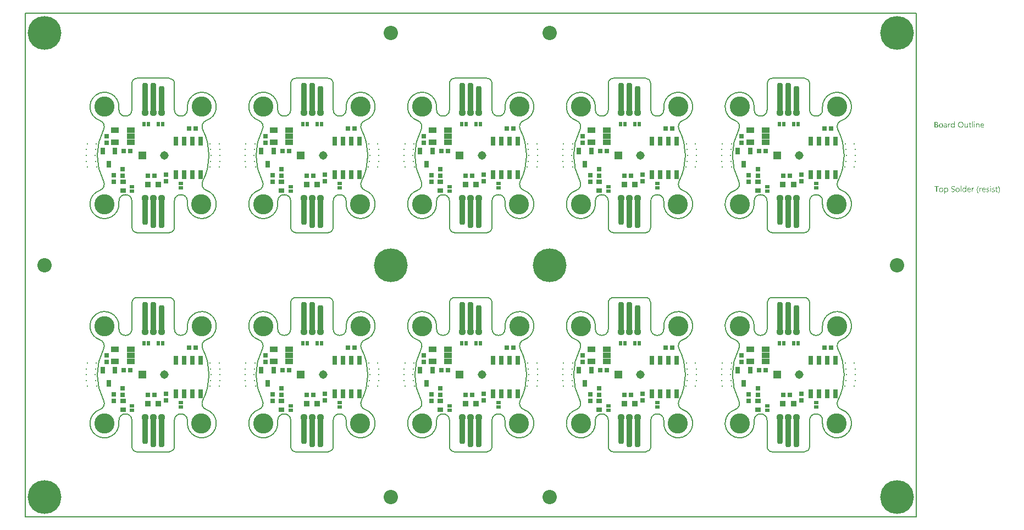
<source format=gts>
G04*
G04 #@! TF.GenerationSoftware,Altium Limited,Altium Designer,21.8.1 (53)*
G04*
G04 Layer_Color=8388736*
%FSAX25Y25*%
%MOIN*%
G70*
G04*
G04 #@! TF.SameCoordinates,B83950CB-9570-44A4-9459-7039BDA0C6D2*
G04*
G04*
G04 #@! TF.FilePolarity,Negative*
G04*
G01*
G75*
G04:AMPARAMS|DCode=19|XSize=35.43mil|YSize=169.29mil|CornerRadius=13.82mil|HoleSize=0mil|Usage=FLASHONLY|Rotation=180.000|XOffset=0mil|YOffset=0mil|HoleType=Round|Shape=RoundedRectangle|*
%AMROUNDEDRECTD19*
21,1,0.03543,0.14165,0,0,180.0*
21,1,0.00780,0.16929,0,0,180.0*
1,1,0.02764,-0.00390,0.07083*
1,1,0.02764,0.00390,0.07083*
1,1,0.02764,0.00390,-0.07083*
1,1,0.02764,-0.00390,-0.07083*
%
%ADD19ROUNDEDRECTD19*%
G04:AMPARAMS|DCode=20|XSize=35.43mil|YSize=188.98mil|CornerRadius=13.82mil|HoleSize=0mil|Usage=FLASHONLY|Rotation=180.000|XOffset=0mil|YOffset=0mil|HoleType=Round|Shape=RoundedRectangle|*
%AMROUNDEDRECTD20*
21,1,0.03543,0.16134,0,0,180.0*
21,1,0.00780,0.18898,0,0,180.0*
1,1,0.02764,-0.00390,0.08067*
1,1,0.02764,0.00390,0.08067*
1,1,0.02764,0.00390,-0.08067*
1,1,0.02764,-0.00390,-0.08067*
%
%ADD20ROUNDEDRECTD20*%
%ADD26C,0.00787*%
%ADD30C,0.04370*%
%ADD42C,0.08674*%
%ADD43R,0.02756X0.02559*%
%ADD44R,0.02559X0.02756*%
%ADD45R,0.02559X0.02756*%
%ADD46R,0.02756X0.02559*%
%ADD47R,0.02756X0.05512*%
%ADD48R,0.02953X0.04134*%
%ADD49R,0.01968X0.03150*%
%ADD50R,0.03150X0.01968*%
%ADD51R,0.03740X0.02953*%
%ADD52R,0.04528X0.03347*%
%ADD53R,0.03740X0.03740*%
%ADD54C,0.00800*%
%ADD55C,0.20485*%
%ADD56C,0.05158*%
%ADD57R,0.05158X0.05158*%
%ADD58C,0.00591*%
%ADD59C,0.12205*%
G36*
X0556099Y0220157D02*
X0556124D01*
X0556179Y0220132D01*
X0556210Y0220114D01*
X0556241Y0220089D01*
X0556247Y0220083D01*
X0556254Y0220077D01*
X0556285Y0220040D01*
X0556309Y0219978D01*
X0556316Y0219941D01*
X0556322Y0219903D01*
Y0219897D01*
Y0219885D01*
X0556316Y0219866D01*
X0556309Y0219842D01*
X0556291Y0219780D01*
X0556266Y0219749D01*
X0556241Y0219718D01*
X0556235D01*
X0556229Y0219705D01*
X0556192Y0219681D01*
X0556136Y0219656D01*
X0556099Y0219650D01*
X0556062Y0219643D01*
X0556043D01*
X0556025Y0219650D01*
X0556000D01*
X0555938Y0219674D01*
X0555907Y0219687D01*
X0555876Y0219711D01*
Y0219718D01*
X0555864Y0219724D01*
X0555851Y0219742D01*
X0555839Y0219761D01*
X0555814Y0219823D01*
X0555808Y0219860D01*
X0555802Y0219903D01*
Y0219910D01*
Y0219922D01*
X0555808Y0219941D01*
X0555814Y0219971D01*
X0555833Y0220027D01*
X0555851Y0220058D01*
X0555876Y0220089D01*
X0555882Y0220095D01*
X0555888Y0220101D01*
X0555926Y0220126D01*
X0555987Y0220151D01*
X0556025Y0220163D01*
X0556080D01*
X0556099Y0220157D01*
D02*
G37*
G36*
X0544109Y0216493D02*
X0543707D01*
Y0216914D01*
X0543694D01*
Y0216908D01*
X0543682Y0216895D01*
X0543663Y0216870D01*
X0543645Y0216839D01*
X0543614Y0216802D01*
X0543576Y0216765D01*
X0543533Y0216722D01*
X0543484Y0216678D01*
X0543428Y0216629D01*
X0543360Y0216586D01*
X0543292Y0216548D01*
X0543211Y0216511D01*
X0543131Y0216480D01*
X0543038Y0216456D01*
X0542939Y0216443D01*
X0542834Y0216437D01*
X0542790D01*
X0542753Y0216443D01*
X0542716Y0216449D01*
X0542667Y0216456D01*
X0542561Y0216480D01*
X0542438Y0216517D01*
X0542314Y0216579D01*
X0542246Y0216617D01*
X0542190Y0216660D01*
X0542128Y0216716D01*
X0542072Y0216771D01*
Y0216777D01*
X0542060Y0216790D01*
X0542048Y0216808D01*
X0542029Y0216833D01*
X0542010Y0216864D01*
X0541986Y0216908D01*
X0541961Y0216957D01*
X0541936Y0217013D01*
X0541905Y0217075D01*
X0541880Y0217143D01*
X0541856Y0217217D01*
X0541837Y0217297D01*
X0541819Y0217384D01*
X0541806Y0217483D01*
X0541800Y0217582D01*
X0541794Y0217687D01*
Y0217694D01*
Y0217712D01*
Y0217749D01*
X0541800Y0217793D01*
X0541806Y0217842D01*
X0541812Y0217904D01*
X0541819Y0217972D01*
X0541831Y0218046D01*
X0541868Y0218207D01*
X0541924Y0218374D01*
X0541961Y0218455D01*
X0542004Y0218535D01*
X0542048Y0218610D01*
X0542103Y0218684D01*
X0542109Y0218690D01*
X0542116Y0218703D01*
X0542134Y0218721D01*
X0542159Y0218746D01*
X0542190Y0218771D01*
X0542233Y0218802D01*
X0542277Y0218839D01*
X0542326Y0218876D01*
X0542450Y0218944D01*
X0542592Y0219006D01*
X0542673Y0219024D01*
X0542759Y0219043D01*
X0542846Y0219055D01*
X0542945Y0219062D01*
X0542995D01*
X0543032Y0219055D01*
X0543069Y0219049D01*
X0543118Y0219043D01*
X0543230Y0219012D01*
X0543354Y0218963D01*
X0543415Y0218932D01*
X0543477Y0218888D01*
X0543539Y0218845D01*
X0543595Y0218789D01*
X0543645Y0218727D01*
X0543694Y0218653D01*
X0543707D01*
Y0220213D01*
X0544109D01*
Y0216493D01*
D02*
G37*
G36*
X0558377Y0219055D02*
X0558451Y0219049D01*
X0558544Y0219031D01*
X0558643Y0219000D01*
X0558748Y0218950D01*
X0558853Y0218882D01*
X0558897Y0218845D01*
X0558940Y0218795D01*
X0558952Y0218783D01*
X0558977Y0218746D01*
X0559008Y0218684D01*
X0559052Y0218597D01*
X0559089Y0218492D01*
X0559126Y0218362D01*
X0559151Y0218207D01*
X0559157Y0218028D01*
Y0216493D01*
X0558754D01*
Y0217923D01*
Y0217929D01*
Y0217960D01*
X0558748Y0217997D01*
Y0218046D01*
X0558736Y0218108D01*
X0558723Y0218176D01*
X0558705Y0218251D01*
X0558680Y0218325D01*
X0558649Y0218399D01*
X0558612Y0218467D01*
X0558563Y0218535D01*
X0558507Y0218597D01*
X0558445Y0218647D01*
X0558364Y0218684D01*
X0558278Y0218715D01*
X0558173Y0218721D01*
X0558160D01*
X0558123Y0218715D01*
X0558067Y0218709D01*
X0557999Y0218690D01*
X0557919Y0218665D01*
X0557832Y0218622D01*
X0557752Y0218566D01*
X0557671Y0218492D01*
X0557665Y0218480D01*
X0557640Y0218455D01*
X0557609Y0218405D01*
X0557572Y0218337D01*
X0557535Y0218257D01*
X0557504Y0218158D01*
X0557479Y0218046D01*
X0557473Y0217923D01*
Y0216493D01*
X0557071D01*
Y0219006D01*
X0557473D01*
Y0218585D01*
X0557485D01*
X0557492Y0218591D01*
X0557498Y0218603D01*
X0557516Y0218628D01*
X0557541Y0218659D01*
X0557566Y0218696D01*
X0557603Y0218734D01*
X0557646Y0218777D01*
X0557696Y0218826D01*
X0557752Y0218870D01*
X0557814Y0218913D01*
X0557882Y0218950D01*
X0557956Y0218987D01*
X0558030Y0219018D01*
X0558117Y0219043D01*
X0558210Y0219055D01*
X0558309Y0219062D01*
X0558346D01*
X0558377Y0219055D01*
D02*
G37*
G36*
X0541379Y0219043D02*
X0541453Y0219037D01*
X0541497Y0219024D01*
X0541528Y0219012D01*
Y0218597D01*
X0541521Y0218603D01*
X0541509Y0218610D01*
X0541484Y0218622D01*
X0541453Y0218641D01*
X0541410Y0218653D01*
X0541354Y0218665D01*
X0541292Y0218672D01*
X0541224Y0218678D01*
X0541212D01*
X0541181Y0218672D01*
X0541131Y0218665D01*
X0541076Y0218647D01*
X0541001Y0218616D01*
X0540933Y0218573D01*
X0540859Y0218511D01*
X0540791Y0218430D01*
X0540785Y0218418D01*
X0540766Y0218387D01*
X0540735Y0218331D01*
X0540704Y0218257D01*
X0540673Y0218164D01*
X0540642Y0218046D01*
X0540624Y0217916D01*
X0540618Y0217768D01*
Y0216493D01*
X0540215D01*
Y0219006D01*
X0540618D01*
Y0218486D01*
X0540630D01*
Y0218492D01*
X0540636Y0218498D01*
X0540649Y0218529D01*
X0540667Y0218579D01*
X0540698Y0218641D01*
X0540729Y0218703D01*
X0540779Y0218771D01*
X0540828Y0218839D01*
X0540890Y0218901D01*
X0540896Y0218907D01*
X0540921Y0218925D01*
X0540958Y0218950D01*
X0541008Y0218975D01*
X0541063Y0219000D01*
X0541131Y0219024D01*
X0541206Y0219043D01*
X0541286Y0219049D01*
X0541342D01*
X0541379Y0219043D01*
D02*
G37*
G36*
X0552119Y0216493D02*
X0551716D01*
Y0216889D01*
X0551704D01*
Y0216883D01*
X0551692Y0216870D01*
X0551679Y0216846D01*
X0551654Y0216821D01*
X0551599Y0216746D01*
X0551512Y0216666D01*
X0551463Y0216623D01*
X0551407Y0216579D01*
X0551345Y0216542D01*
X0551271Y0216505D01*
X0551196Y0216480D01*
X0551116Y0216456D01*
X0551023Y0216443D01*
X0550930Y0216437D01*
X0550893D01*
X0550850Y0216443D01*
X0550788Y0216456D01*
X0550720Y0216468D01*
X0550645Y0216493D01*
X0550565Y0216524D01*
X0550485Y0216573D01*
X0550398Y0216629D01*
X0550317Y0216697D01*
X0550243Y0216784D01*
X0550175Y0216889D01*
X0550113Y0217006D01*
X0550070Y0217149D01*
X0550045Y0217316D01*
X0550033Y0217403D01*
Y0217502D01*
Y0219006D01*
X0550429D01*
Y0217564D01*
Y0217557D01*
Y0217533D01*
X0550435Y0217489D01*
X0550441Y0217440D01*
X0550447Y0217378D01*
X0550460Y0217316D01*
X0550478Y0217242D01*
X0550503Y0217167D01*
X0550540Y0217093D01*
X0550577Y0217025D01*
X0550627Y0216957D01*
X0550689Y0216895D01*
X0550757Y0216846D01*
X0550837Y0216808D01*
X0550936Y0216777D01*
X0551042Y0216771D01*
X0551054D01*
X0551091Y0216777D01*
X0551147Y0216784D01*
X0551209Y0216796D01*
X0551289Y0216827D01*
X0551370Y0216864D01*
X0551450Y0216914D01*
X0551524Y0216988D01*
X0551531Y0217000D01*
X0551555Y0217025D01*
X0551586Y0217075D01*
X0551623Y0217143D01*
X0551654Y0217223D01*
X0551685Y0217322D01*
X0551710Y0217434D01*
X0551716Y0217557D01*
Y0219006D01*
X0552119D01*
Y0216493D01*
D02*
G37*
G36*
X0556254D02*
X0555851D01*
Y0219006D01*
X0556254D01*
Y0216493D01*
D02*
G37*
G36*
X0555034D02*
X0554632D01*
Y0220213D01*
X0555034D01*
Y0216493D01*
D02*
G37*
G36*
X0538655Y0219055D02*
X0538711Y0219049D01*
X0538779Y0219031D01*
X0538854Y0219012D01*
X0538934Y0218981D01*
X0539021Y0218944D01*
X0539101Y0218895D01*
X0539182Y0218832D01*
X0539256Y0218758D01*
X0539324Y0218665D01*
X0539380Y0218560D01*
X0539423Y0218436D01*
X0539448Y0218294D01*
X0539460Y0218127D01*
Y0216493D01*
X0539058D01*
Y0216883D01*
X0539045D01*
Y0216877D01*
X0539033Y0216864D01*
X0539021Y0216839D01*
X0538996Y0216815D01*
X0538934Y0216740D01*
X0538854Y0216660D01*
X0538742Y0216579D01*
X0538612Y0216505D01*
X0538532Y0216480D01*
X0538451Y0216456D01*
X0538365Y0216443D01*
X0538272Y0216437D01*
X0538235D01*
X0538210Y0216443D01*
X0538142Y0216449D01*
X0538061Y0216462D01*
X0537962Y0216487D01*
X0537869Y0216517D01*
X0537770Y0216567D01*
X0537684Y0216629D01*
X0537677Y0216641D01*
X0537653Y0216666D01*
X0537615Y0216709D01*
X0537578Y0216771D01*
X0537541Y0216846D01*
X0537504Y0216932D01*
X0537479Y0217037D01*
X0537473Y0217155D01*
Y0217161D01*
Y0217186D01*
X0537479Y0217223D01*
X0537486Y0217267D01*
X0537498Y0217322D01*
X0537516Y0217384D01*
X0537541Y0217452D01*
X0537578Y0217520D01*
X0537622Y0217595D01*
X0537677Y0217669D01*
X0537746Y0217737D01*
X0537826Y0217799D01*
X0537919Y0217861D01*
X0538030Y0217910D01*
X0538154Y0217947D01*
X0538303Y0217978D01*
X0539058Y0218084D01*
Y0218090D01*
Y0218108D01*
X0539052Y0218145D01*
Y0218183D01*
X0539039Y0218232D01*
X0539033Y0218288D01*
X0538996Y0218405D01*
X0538965Y0218461D01*
X0538934Y0218517D01*
X0538891Y0218573D01*
X0538841Y0218622D01*
X0538779Y0218665D01*
X0538711Y0218696D01*
X0538631Y0218715D01*
X0538538Y0218721D01*
X0538494D01*
X0538463Y0218715D01*
X0538420D01*
X0538377Y0218703D01*
X0538266Y0218684D01*
X0538142Y0218647D01*
X0538005Y0218591D01*
X0537931Y0218554D01*
X0537863Y0218517D01*
X0537789Y0218467D01*
X0537721Y0218412D01*
Y0218826D01*
X0537727D01*
X0537739Y0218839D01*
X0537758Y0218851D01*
X0537789Y0218864D01*
X0537820Y0218882D01*
X0537863Y0218901D01*
X0537913Y0218919D01*
X0537968Y0218944D01*
X0538092Y0218987D01*
X0538241Y0219024D01*
X0538402Y0219049D01*
X0538575Y0219062D01*
X0538612D01*
X0538655Y0219055D01*
D02*
G37*
G36*
X0532967Y0220003D02*
X0533010D01*
X0533053Y0219996D01*
X0533152Y0219984D01*
X0533270Y0219953D01*
X0533394Y0219916D01*
X0533511Y0219860D01*
X0533617Y0219786D01*
X0533623D01*
X0533629Y0219773D01*
X0533660Y0219749D01*
X0533703Y0219699D01*
X0533753Y0219631D01*
X0533796Y0219544D01*
X0533840Y0219445D01*
X0533871Y0219334D01*
X0533883Y0219272D01*
Y0219204D01*
Y0219198D01*
Y0219192D01*
Y0219154D01*
X0533877Y0219099D01*
X0533864Y0219031D01*
X0533846Y0218944D01*
X0533815Y0218857D01*
X0533778Y0218771D01*
X0533722Y0218684D01*
X0533716Y0218672D01*
X0533691Y0218647D01*
X0533654Y0218610D01*
X0533604Y0218560D01*
X0533542Y0218511D01*
X0533468Y0218455D01*
X0533375Y0218412D01*
X0533276Y0218368D01*
Y0218362D01*
X0533295D01*
X0533314Y0218356D01*
X0533332Y0218350D01*
X0533400Y0218337D01*
X0533481Y0218313D01*
X0533567Y0218275D01*
X0533660Y0218232D01*
X0533753Y0218170D01*
X0533840Y0218090D01*
X0533852Y0218077D01*
X0533877Y0218046D01*
X0533908Y0218003D01*
X0533951Y0217935D01*
X0533988Y0217848D01*
X0534025Y0217749D01*
X0534050Y0217632D01*
X0534056Y0217502D01*
Y0217495D01*
Y0217483D01*
Y0217458D01*
X0534050Y0217427D01*
X0534044Y0217390D01*
X0534038Y0217347D01*
X0534013Y0217242D01*
X0533976Y0217124D01*
X0533920Y0217000D01*
X0533883Y0216945D01*
X0533840Y0216883D01*
X0533784Y0216827D01*
X0533728Y0216771D01*
X0533722D01*
X0533716Y0216759D01*
X0533697Y0216746D01*
X0533673Y0216728D01*
X0533641Y0216709D01*
X0533598Y0216685D01*
X0533505Y0216635D01*
X0533388Y0216579D01*
X0533252Y0216536D01*
X0533091Y0216505D01*
X0533010Y0216499D01*
X0532917Y0216493D01*
X0531890D01*
Y0220009D01*
X0532936D01*
X0532967Y0220003D01*
D02*
G37*
G36*
X0553462Y0219006D02*
X0554100D01*
Y0218659D01*
X0553462D01*
Y0217242D01*
Y0217229D01*
Y0217198D01*
X0553468Y0217155D01*
X0553474Y0217099D01*
X0553499Y0216982D01*
X0553518Y0216926D01*
X0553549Y0216883D01*
X0553555Y0216877D01*
X0553567Y0216864D01*
X0553586Y0216852D01*
X0553617Y0216833D01*
X0553654Y0216808D01*
X0553703Y0216796D01*
X0553765Y0216784D01*
X0553833Y0216777D01*
X0553858D01*
X0553889Y0216784D01*
X0553926Y0216790D01*
X0554013Y0216815D01*
X0554056Y0216833D01*
X0554100Y0216858D01*
Y0216511D01*
X0554093D01*
X0554075Y0216499D01*
X0554044Y0216493D01*
X0554000Y0216480D01*
X0553945Y0216468D01*
X0553883Y0216456D01*
X0553809Y0216449D01*
X0553722Y0216443D01*
X0553691D01*
X0553660Y0216449D01*
X0553617Y0216456D01*
X0553567Y0216468D01*
X0553511Y0216480D01*
X0553456Y0216505D01*
X0553394Y0216536D01*
X0553332Y0216573D01*
X0553270Y0216623D01*
X0553214Y0216678D01*
X0553165Y0216753D01*
X0553122Y0216833D01*
X0553090Y0216932D01*
X0553066Y0217044D01*
X0553060Y0217174D01*
Y0218659D01*
X0552632D01*
Y0219006D01*
X0553060D01*
Y0219619D01*
X0553462Y0219749D01*
Y0219006D01*
D02*
G37*
G36*
X0560989Y0219055D02*
X0561032Y0219049D01*
X0561076Y0219043D01*
X0561187Y0219024D01*
X0561311Y0218981D01*
X0561435Y0218925D01*
X0561496Y0218888D01*
X0561558Y0218845D01*
X0561614Y0218795D01*
X0561670Y0218740D01*
X0561676Y0218734D01*
X0561682Y0218727D01*
X0561695Y0218709D01*
X0561713Y0218684D01*
X0561732Y0218647D01*
X0561757Y0218610D01*
X0561781Y0218566D01*
X0561806Y0218511D01*
X0561831Y0218449D01*
X0561856Y0218387D01*
X0561880Y0218313D01*
X0561899Y0218232D01*
X0561917Y0218145D01*
X0561930Y0218059D01*
X0561942Y0217960D01*
Y0217854D01*
Y0217644D01*
X0560166D01*
Y0217638D01*
Y0217625D01*
Y0217607D01*
X0560172Y0217576D01*
X0560178Y0217539D01*
Y0217502D01*
X0560197Y0217403D01*
X0560228Y0217304D01*
X0560265Y0217192D01*
X0560320Y0217087D01*
X0560389Y0216994D01*
X0560401Y0216982D01*
X0560426Y0216957D01*
X0560475Y0216926D01*
X0560543Y0216883D01*
X0560630Y0216839D01*
X0560729Y0216808D01*
X0560847Y0216784D01*
X0560983Y0216771D01*
X0561026D01*
X0561057Y0216777D01*
X0561094D01*
X0561137Y0216784D01*
X0561243Y0216808D01*
X0561360Y0216839D01*
X0561490Y0216889D01*
X0561626Y0216957D01*
X0561695Y0217000D01*
X0561763Y0217050D01*
Y0216672D01*
X0561757D01*
X0561750Y0216660D01*
X0561732Y0216654D01*
X0561701Y0216635D01*
X0561670Y0216617D01*
X0561633Y0216598D01*
X0561583Y0216579D01*
X0561534Y0216555D01*
X0561472Y0216530D01*
X0561404Y0216511D01*
X0561255Y0216474D01*
X0561082Y0216449D01*
X0560890Y0216437D01*
X0560840D01*
X0560803Y0216443D01*
X0560760Y0216449D01*
X0560704Y0216456D01*
X0560587Y0216480D01*
X0560450Y0216517D01*
X0560314Y0216579D01*
X0560246Y0216623D01*
X0560178Y0216666D01*
X0560116Y0216716D01*
X0560054Y0216777D01*
X0560048Y0216784D01*
X0560042Y0216796D01*
X0560030Y0216815D01*
X0560005Y0216839D01*
X0559986Y0216877D01*
X0559961Y0216920D01*
X0559931Y0216969D01*
X0559906Y0217025D01*
X0559875Y0217087D01*
X0559850Y0217161D01*
X0559819Y0217242D01*
X0559800Y0217328D01*
X0559782Y0217421D01*
X0559763Y0217520D01*
X0559757Y0217625D01*
X0559751Y0217737D01*
Y0217743D01*
Y0217762D01*
Y0217793D01*
X0559757Y0217836D01*
X0559763Y0217885D01*
X0559769Y0217941D01*
X0559776Y0218009D01*
X0559794Y0218077D01*
X0559831Y0218226D01*
X0559887Y0218387D01*
X0559924Y0218467D01*
X0559974Y0218542D01*
X0560023Y0218622D01*
X0560079Y0218690D01*
X0560085Y0218696D01*
X0560098Y0218709D01*
X0560116Y0218727D01*
X0560141Y0218746D01*
X0560172Y0218777D01*
X0560209Y0218808D01*
X0560258Y0218839D01*
X0560308Y0218876D01*
X0560426Y0218944D01*
X0560568Y0219006D01*
X0560648Y0219024D01*
X0560729Y0219043D01*
X0560816Y0219055D01*
X0560909Y0219062D01*
X0560958D01*
X0560989Y0219055D01*
D02*
G37*
G36*
X0547947Y0220064D02*
X0548008Y0220058D01*
X0548083Y0220046D01*
X0548163Y0220027D01*
X0548250Y0220009D01*
X0548337Y0219984D01*
X0548436Y0219953D01*
X0548528Y0219910D01*
X0548628Y0219860D01*
X0548727Y0219804D01*
X0548819Y0219736D01*
X0548912Y0219662D01*
X0548999Y0219575D01*
X0549005Y0219569D01*
X0549017Y0219551D01*
X0549042Y0219526D01*
X0549067Y0219489D01*
X0549104Y0219439D01*
X0549141Y0219377D01*
X0549178Y0219309D01*
X0549222Y0219235D01*
X0549265Y0219142D01*
X0549302Y0219049D01*
X0549339Y0218944D01*
X0549376Y0218826D01*
X0549401Y0218709D01*
X0549426Y0218579D01*
X0549438Y0218436D01*
X0549445Y0218294D01*
Y0218282D01*
Y0218257D01*
Y0218214D01*
X0549438Y0218152D01*
X0549432Y0218077D01*
X0549420Y0217997D01*
X0549407Y0217904D01*
X0549389Y0217799D01*
X0549364Y0217694D01*
X0549333Y0217582D01*
X0549296Y0217471D01*
X0549253Y0217359D01*
X0549197Y0217242D01*
X0549135Y0217137D01*
X0549067Y0217031D01*
X0548986Y0216932D01*
X0548980Y0216926D01*
X0548968Y0216914D01*
X0548937Y0216889D01*
X0548906Y0216858D01*
X0548856Y0216815D01*
X0548801Y0216777D01*
X0548739Y0216728D01*
X0548665Y0216685D01*
X0548584Y0216641D01*
X0548491Y0216592D01*
X0548392Y0216555D01*
X0548281Y0216517D01*
X0548163Y0216480D01*
X0548039Y0216456D01*
X0547909Y0216443D01*
X0547767Y0216437D01*
X0547736D01*
X0547693Y0216443D01*
X0547643D01*
X0547581Y0216449D01*
X0547507Y0216462D01*
X0547427Y0216480D01*
X0547334Y0216499D01*
X0547241Y0216524D01*
X0547142Y0216555D01*
X0547043Y0216598D01*
X0546944Y0216641D01*
X0546845Y0216697D01*
X0546746Y0216765D01*
X0546653Y0216839D01*
X0546566Y0216926D01*
X0546560Y0216932D01*
X0546548Y0216951D01*
X0546523Y0216976D01*
X0546498Y0217013D01*
X0546461Y0217062D01*
X0546424Y0217124D01*
X0546387Y0217192D01*
X0546343Y0217273D01*
X0546300Y0217359D01*
X0546263Y0217452D01*
X0546226Y0217557D01*
X0546189Y0217675D01*
X0546164Y0217793D01*
X0546139Y0217923D01*
X0546127Y0218065D01*
X0546121Y0218207D01*
Y0218220D01*
Y0218245D01*
X0546127Y0218288D01*
Y0218350D01*
X0546133Y0218418D01*
X0546145Y0218505D01*
X0546158Y0218597D01*
X0546176Y0218696D01*
X0546201Y0218802D01*
X0546232Y0218913D01*
X0546269Y0219024D01*
X0546313Y0219136D01*
X0546368Y0219247D01*
X0546430Y0219359D01*
X0546498Y0219464D01*
X0546579Y0219563D01*
X0546585Y0219569D01*
X0546597Y0219588D01*
X0546628Y0219613D01*
X0546665Y0219643D01*
X0546709Y0219681D01*
X0546764Y0219724D01*
X0546832Y0219767D01*
X0546907Y0219817D01*
X0546993Y0219866D01*
X0547086Y0219910D01*
X0547185Y0219953D01*
X0547297Y0219990D01*
X0547421Y0220021D01*
X0547550Y0220052D01*
X0547687Y0220064D01*
X0547829Y0220071D01*
X0547897D01*
X0547947Y0220064D01*
D02*
G37*
G36*
X0535919Y0219055D02*
X0535963Y0219049D01*
X0536019Y0219043D01*
X0536142Y0219018D01*
X0536285Y0218975D01*
X0536427Y0218913D01*
X0536501Y0218876D01*
X0536569Y0218832D01*
X0536637Y0218777D01*
X0536699Y0218715D01*
X0536706Y0218709D01*
X0536712Y0218696D01*
X0536730Y0218678D01*
X0536749Y0218653D01*
X0536774Y0218616D01*
X0536798Y0218573D01*
X0536829Y0218523D01*
X0536860Y0218467D01*
X0536885Y0218399D01*
X0536916Y0218331D01*
X0536941Y0218251D01*
X0536966Y0218164D01*
X0536984Y0218071D01*
X0537003Y0217972D01*
X0537009Y0217867D01*
X0537015Y0217756D01*
Y0217749D01*
Y0217731D01*
Y0217700D01*
X0537009Y0217656D01*
X0537003Y0217607D01*
X0536997Y0217545D01*
X0536984Y0217483D01*
X0536972Y0217409D01*
X0536935Y0217260D01*
X0536873Y0217099D01*
X0536836Y0217019D01*
X0536786Y0216938D01*
X0536736Y0216864D01*
X0536675Y0216796D01*
X0536668Y0216790D01*
X0536656Y0216784D01*
X0536637Y0216765D01*
X0536613Y0216740D01*
X0536576Y0216716D01*
X0536539Y0216685D01*
X0536489Y0216648D01*
X0536433Y0216617D01*
X0536371Y0216586D01*
X0536303Y0216548D01*
X0536229Y0216517D01*
X0536149Y0216493D01*
X0536062Y0216468D01*
X0535969Y0216456D01*
X0535870Y0216443D01*
X0535765Y0216437D01*
X0535709D01*
X0535672Y0216443D01*
X0535629Y0216449D01*
X0535573Y0216456D01*
X0535511Y0216468D01*
X0535443Y0216480D01*
X0535300Y0216524D01*
X0535152Y0216586D01*
X0535078Y0216623D01*
X0535009Y0216672D01*
X0534941Y0216722D01*
X0534873Y0216784D01*
X0534867Y0216790D01*
X0534861Y0216802D01*
X0534842Y0216821D01*
X0534824Y0216846D01*
X0534799Y0216883D01*
X0534768Y0216926D01*
X0534737Y0216976D01*
X0534712Y0217031D01*
X0534682Y0217099D01*
X0534651Y0217167D01*
X0534620Y0217242D01*
X0534595Y0217328D01*
X0534558Y0217514D01*
X0534551Y0217613D01*
X0534545Y0217718D01*
Y0217724D01*
Y0217749D01*
Y0217780D01*
X0534551Y0217824D01*
X0534558Y0217873D01*
X0534564Y0217935D01*
X0534576Y0218003D01*
X0534589Y0218077D01*
X0534626Y0218238D01*
X0534688Y0218399D01*
X0534731Y0218480D01*
X0534774Y0218560D01*
X0534824Y0218635D01*
X0534886Y0218703D01*
X0534892Y0218709D01*
X0534904Y0218721D01*
X0534923Y0218734D01*
X0534948Y0218758D01*
X0534985Y0218783D01*
X0535028Y0218814D01*
X0535078Y0218851D01*
X0535133Y0218882D01*
X0535195Y0218913D01*
X0535269Y0218950D01*
X0535344Y0218981D01*
X0535430Y0219006D01*
X0535517Y0219031D01*
X0535616Y0219049D01*
X0535721Y0219055D01*
X0535827Y0219062D01*
X0535882D01*
X0535919Y0219055D01*
D02*
G37*
G36*
X0565916Y0181095D02*
X0565941D01*
X0565997Y0181071D01*
X0566028Y0181052D01*
X0566059Y0181027D01*
X0566065Y0181021D01*
X0566071Y0181015D01*
X0566102Y0180978D01*
X0566127Y0180916D01*
X0566133Y0180879D01*
X0566139Y0180842D01*
Y0180835D01*
Y0180823D01*
X0566133Y0180804D01*
X0566127Y0180780D01*
X0566108Y0180718D01*
X0566083Y0180687D01*
X0566059Y0180656D01*
X0566052D01*
X0566046Y0180643D01*
X0566009Y0180619D01*
X0565953Y0180594D01*
X0565916Y0180588D01*
X0565879Y0180582D01*
X0565861D01*
X0565842Y0180588D01*
X0565817D01*
X0565755Y0180613D01*
X0565724Y0180625D01*
X0565693Y0180650D01*
Y0180656D01*
X0565681Y0180662D01*
X0565669Y0180681D01*
X0565656Y0180699D01*
X0565631Y0180761D01*
X0565625Y0180798D01*
X0565619Y0180842D01*
Y0180848D01*
Y0180860D01*
X0565625Y0180879D01*
X0565631Y0180910D01*
X0565650Y0180965D01*
X0565669Y0180996D01*
X0565693Y0181027D01*
X0565699Y0181034D01*
X0565706Y0181040D01*
X0565743Y0181064D01*
X0565805Y0181089D01*
X0565842Y0181102D01*
X0565898D01*
X0565916Y0181095D01*
D02*
G37*
G36*
X0543348Y0181002D02*
X0543397D01*
X0543508Y0180990D01*
X0543632Y0180978D01*
X0543756Y0180953D01*
X0543874Y0180922D01*
X0543923Y0180903D01*
X0543973Y0180879D01*
Y0180414D01*
X0543966D01*
X0543960Y0180427D01*
X0543942Y0180433D01*
X0543917Y0180452D01*
X0543886Y0180464D01*
X0543849Y0180482D01*
X0543756Y0180526D01*
X0543645Y0180563D01*
X0543508Y0180600D01*
X0543348Y0180625D01*
X0543174Y0180631D01*
X0543125D01*
X0543087Y0180625D01*
X0543050D01*
X0543001Y0180619D01*
X0542902Y0180600D01*
X0542896D01*
X0542877Y0180594D01*
X0542852Y0180588D01*
X0542821Y0180582D01*
X0542747Y0180551D01*
X0542660Y0180514D01*
X0542654D01*
X0542642Y0180501D01*
X0542623Y0180489D01*
X0542598Y0180470D01*
X0542543Y0180414D01*
X0542487Y0180346D01*
Y0180340D01*
X0542475Y0180328D01*
X0542469Y0180309D01*
X0542456Y0180278D01*
X0542444Y0180241D01*
X0542438Y0180204D01*
X0542425Y0180105D01*
Y0180099D01*
Y0180080D01*
Y0180055D01*
X0542431Y0180025D01*
X0542444Y0179950D01*
X0542475Y0179870D01*
Y0179864D01*
X0542487Y0179851D01*
X0542493Y0179833D01*
X0542512Y0179808D01*
X0542561Y0179752D01*
X0542623Y0179690D01*
X0542629Y0179684D01*
X0542642Y0179678D01*
X0542660Y0179659D01*
X0542691Y0179641D01*
X0542728Y0179616D01*
X0542766Y0179591D01*
X0542865Y0179529D01*
X0542871Y0179523D01*
X0542889Y0179517D01*
X0542920Y0179498D01*
X0542957Y0179480D01*
X0543007Y0179455D01*
X0543063Y0179430D01*
X0543187Y0179368D01*
X0543193Y0179362D01*
X0543218Y0179350D01*
X0543255Y0179331D01*
X0543304Y0179306D01*
X0543360Y0179282D01*
X0543422Y0179245D01*
X0543545Y0179170D01*
X0543552Y0179164D01*
X0543576Y0179152D01*
X0543607Y0179133D01*
X0543651Y0179102D01*
X0543744Y0179028D01*
X0543843Y0178941D01*
X0543849Y0178935D01*
X0543867Y0178923D01*
X0543886Y0178892D01*
X0543917Y0178861D01*
X0543948Y0178817D01*
X0543985Y0178774D01*
X0544047Y0178663D01*
X0544053Y0178656D01*
X0544059Y0178638D01*
X0544072Y0178607D01*
X0544084Y0178564D01*
X0544096Y0178514D01*
X0544109Y0178452D01*
X0544121Y0178390D01*
Y0178316D01*
Y0178304D01*
Y0178273D01*
X0544115Y0178223D01*
X0544109Y0178161D01*
X0544096Y0178093D01*
X0544078Y0178019D01*
X0544053Y0177945D01*
X0544016Y0177877D01*
X0544010Y0177870D01*
X0543997Y0177846D01*
X0543973Y0177815D01*
X0543948Y0177771D01*
X0543905Y0177728D01*
X0543861Y0177679D01*
X0543806Y0177629D01*
X0543744Y0177579D01*
X0543737Y0177573D01*
X0543713Y0177561D01*
X0543676Y0177542D01*
X0543626Y0177517D01*
X0543570Y0177493D01*
X0543502Y0177468D01*
X0543422Y0177443D01*
X0543341Y0177425D01*
X0543329D01*
X0543304Y0177418D01*
X0543261Y0177412D01*
X0543199Y0177400D01*
X0543131Y0177394D01*
X0543050Y0177381D01*
X0542964Y0177375D01*
X0542815D01*
X0542747Y0177381D01*
X0542660Y0177388D01*
X0542642D01*
X0542617Y0177394D01*
X0542586Y0177400D01*
X0542506Y0177406D01*
X0542413Y0177425D01*
X0542407D01*
X0542388Y0177431D01*
X0542363Y0177437D01*
X0542332Y0177443D01*
X0542258Y0177462D01*
X0542171Y0177487D01*
X0542165D01*
X0542153Y0177493D01*
X0542134Y0177499D01*
X0542109Y0177511D01*
X0542048Y0177536D01*
X0541986Y0177573D01*
Y0178056D01*
X0541992Y0178050D01*
X0542004Y0178044D01*
X0542017Y0178031D01*
X0542041Y0178013D01*
X0542109Y0177969D01*
X0542190Y0177920D01*
X0542196D01*
X0542208Y0177914D01*
X0542233Y0177901D01*
X0542264Y0177889D01*
X0542345Y0177852D01*
X0542431Y0177821D01*
X0542438D01*
X0542456Y0177815D01*
X0542481Y0177808D01*
X0542512Y0177802D01*
X0542598Y0177778D01*
X0542691Y0177759D01*
X0542716D01*
X0542741Y0177753D01*
X0542772D01*
X0542846Y0177747D01*
X0542933Y0177740D01*
X0542995D01*
X0543063Y0177747D01*
X0543149Y0177759D01*
X0543242Y0177771D01*
X0543335Y0177796D01*
X0543422Y0177833D01*
X0543502Y0177877D01*
X0543508Y0177883D01*
X0543533Y0177901D01*
X0543564Y0177938D01*
X0543595Y0177982D01*
X0543632Y0178038D01*
X0543657Y0178112D01*
X0543682Y0178192D01*
X0543688Y0178285D01*
Y0178291D01*
Y0178310D01*
Y0178335D01*
X0543682Y0178372D01*
X0543663Y0178452D01*
X0543626Y0178533D01*
Y0178539D01*
X0543614Y0178551D01*
X0543601Y0178570D01*
X0543583Y0178595D01*
X0543527Y0178656D01*
X0543453Y0178725D01*
X0543446Y0178731D01*
X0543434Y0178743D01*
X0543409Y0178755D01*
X0543378Y0178780D01*
X0543341Y0178805D01*
X0543298Y0178836D01*
X0543193Y0178892D01*
X0543187Y0178898D01*
X0543168Y0178904D01*
X0543137Y0178923D01*
X0543094Y0178941D01*
X0543050Y0178972D01*
X0542995Y0178997D01*
X0542865Y0179065D01*
X0542858Y0179071D01*
X0542834Y0179084D01*
X0542797Y0179102D01*
X0542753Y0179121D01*
X0542704Y0179152D01*
X0542648Y0179183D01*
X0542524Y0179251D01*
X0542518Y0179257D01*
X0542499Y0179269D01*
X0542469Y0179288D01*
X0542431Y0179313D01*
X0542339Y0179381D01*
X0542246Y0179461D01*
X0542239Y0179467D01*
X0542227Y0179480D01*
X0542202Y0179505D01*
X0542177Y0179535D01*
X0542147Y0179579D01*
X0542116Y0179622D01*
X0542060Y0179721D01*
Y0179727D01*
X0542048Y0179746D01*
X0542041Y0179777D01*
X0542029Y0179820D01*
X0542017Y0179870D01*
X0542004Y0179932D01*
X0541998Y0179993D01*
X0541992Y0180068D01*
Y0180080D01*
Y0180111D01*
X0541998Y0180155D01*
X0542004Y0180210D01*
X0542017Y0180278D01*
X0542035Y0180346D01*
X0542060Y0180414D01*
X0542097Y0180482D01*
X0542103Y0180489D01*
X0542116Y0180514D01*
X0542140Y0180544D01*
X0542171Y0180588D01*
X0542208Y0180631D01*
X0542258Y0180681D01*
X0542314Y0180730D01*
X0542376Y0180773D01*
X0542382Y0180780D01*
X0542407Y0180792D01*
X0542444Y0180817D01*
X0542487Y0180842D01*
X0542549Y0180866D01*
X0542611Y0180897D01*
X0542685Y0180922D01*
X0542766Y0180947D01*
X0542778D01*
X0542803Y0180959D01*
X0542846Y0180965D01*
X0542908Y0180978D01*
X0542976Y0180990D01*
X0543050Y0180996D01*
X0543218Y0181009D01*
X0543304D01*
X0543348Y0181002D01*
D02*
G37*
G36*
X0551079Y0177431D02*
X0550676D01*
Y0177852D01*
X0550664D01*
Y0177846D01*
X0550652Y0177833D01*
X0550633Y0177808D01*
X0550615Y0177778D01*
X0550584Y0177740D01*
X0550546Y0177703D01*
X0550503Y0177660D01*
X0550454Y0177617D01*
X0550398Y0177567D01*
X0550330Y0177524D01*
X0550262Y0177487D01*
X0550181Y0177450D01*
X0550101Y0177418D01*
X0550008Y0177394D01*
X0549909Y0177381D01*
X0549804Y0177375D01*
X0549760D01*
X0549723Y0177381D01*
X0549686Y0177388D01*
X0549637Y0177394D01*
X0549531Y0177418D01*
X0549407Y0177456D01*
X0549284Y0177517D01*
X0549216Y0177555D01*
X0549160Y0177598D01*
X0549098Y0177654D01*
X0549042Y0177709D01*
Y0177716D01*
X0549030Y0177728D01*
X0549017Y0177747D01*
X0548999Y0177771D01*
X0548980Y0177802D01*
X0548956Y0177846D01*
X0548931Y0177895D01*
X0548906Y0177951D01*
X0548875Y0178013D01*
X0548850Y0178081D01*
X0548826Y0178155D01*
X0548807Y0178236D01*
X0548788Y0178322D01*
X0548776Y0178421D01*
X0548770Y0178520D01*
X0548764Y0178626D01*
Y0178632D01*
Y0178650D01*
Y0178687D01*
X0548770Y0178731D01*
X0548776Y0178780D01*
X0548782Y0178842D01*
X0548788Y0178910D01*
X0548801Y0178985D01*
X0548838Y0179146D01*
X0548894Y0179313D01*
X0548931Y0179393D01*
X0548974Y0179474D01*
X0549017Y0179548D01*
X0549073Y0179622D01*
X0549079Y0179628D01*
X0549086Y0179641D01*
X0549104Y0179659D01*
X0549129Y0179684D01*
X0549160Y0179709D01*
X0549203Y0179740D01*
X0549247Y0179777D01*
X0549296Y0179814D01*
X0549420Y0179882D01*
X0549562Y0179944D01*
X0549643Y0179963D01*
X0549729Y0179981D01*
X0549816Y0179993D01*
X0549915Y0180000D01*
X0549965D01*
X0550002Y0179993D01*
X0550039Y0179987D01*
X0550088Y0179981D01*
X0550200Y0179950D01*
X0550324Y0179901D01*
X0550386Y0179870D01*
X0550447Y0179826D01*
X0550509Y0179783D01*
X0550565Y0179727D01*
X0550615Y0179666D01*
X0550664Y0179591D01*
X0550676D01*
Y0181151D01*
X0551079D01*
Y0177431D01*
D02*
G37*
G36*
X0539132Y0179993D02*
X0539175Y0179987D01*
X0539219Y0179981D01*
X0539330Y0179956D01*
X0539454Y0179919D01*
X0539578Y0179857D01*
X0539640Y0179820D01*
X0539702Y0179771D01*
X0539757Y0179721D01*
X0539813Y0179659D01*
X0539819Y0179653D01*
X0539825Y0179647D01*
X0539838Y0179622D01*
X0539856Y0179597D01*
X0539875Y0179566D01*
X0539900Y0179523D01*
X0539924Y0179474D01*
X0539949Y0179424D01*
X0539974Y0179362D01*
X0539999Y0179294D01*
X0540023Y0179220D01*
X0540042Y0179139D01*
X0540073Y0178960D01*
X0540085Y0178861D01*
Y0178755D01*
Y0178749D01*
Y0178731D01*
Y0178694D01*
X0540079Y0178650D01*
Y0178601D01*
X0540067Y0178539D01*
X0540061Y0178471D01*
X0540048Y0178396D01*
X0540011Y0178236D01*
X0539955Y0178068D01*
X0539918Y0177988D01*
X0539881Y0177908D01*
X0539831Y0177827D01*
X0539776Y0177753D01*
X0539770Y0177747D01*
X0539763Y0177734D01*
X0539745Y0177716D01*
X0539720Y0177697D01*
X0539689Y0177666D01*
X0539652Y0177635D01*
X0539609Y0177598D01*
X0539559Y0177567D01*
X0539503Y0177530D01*
X0539442Y0177493D01*
X0539293Y0177437D01*
X0539213Y0177412D01*
X0539132Y0177394D01*
X0539039Y0177381D01*
X0538940Y0177375D01*
X0538891D01*
X0538860Y0177381D01*
X0538816Y0177388D01*
X0538773Y0177400D01*
X0538662Y0177425D01*
X0538544Y0177474D01*
X0538476Y0177511D01*
X0538414Y0177549D01*
X0538352Y0177598D01*
X0538296Y0177654D01*
X0538235Y0177716D01*
X0538185Y0177790D01*
X0538173D01*
Y0176279D01*
X0537770D01*
Y0179944D01*
X0538173D01*
Y0179498D01*
X0538185D01*
X0538191Y0179505D01*
X0538197Y0179523D01*
X0538216Y0179548D01*
X0538241Y0179579D01*
X0538272Y0179616D01*
X0538309Y0179659D01*
X0538352Y0179703D01*
X0538408Y0179752D01*
X0538463Y0179796D01*
X0538525Y0179839D01*
X0538600Y0179882D01*
X0538674Y0179919D01*
X0538761Y0179956D01*
X0538854Y0179981D01*
X0538946Y0179993D01*
X0539052Y0180000D01*
X0539101D01*
X0539132Y0179993D01*
D02*
G37*
G36*
X0567823D02*
X0567903Y0179987D01*
X0567990Y0179975D01*
X0568089Y0179950D01*
X0568188Y0179926D01*
X0568287Y0179888D01*
Y0179480D01*
X0568275Y0179486D01*
X0568237Y0179511D01*
X0568182Y0179535D01*
X0568107Y0179573D01*
X0568015Y0179604D01*
X0567903Y0179634D01*
X0567779Y0179653D01*
X0567649Y0179659D01*
X0567581D01*
X0567519Y0179647D01*
X0567445Y0179634D01*
X0567439D01*
X0567433Y0179628D01*
X0567396Y0179616D01*
X0567346Y0179591D01*
X0567290Y0179560D01*
X0567278Y0179554D01*
X0567253Y0179529D01*
X0567222Y0179492D01*
X0567191Y0179449D01*
X0567185Y0179436D01*
X0567173Y0179405D01*
X0567160Y0179362D01*
X0567154Y0179306D01*
Y0179300D01*
Y0179288D01*
Y0179269D01*
X0567160Y0179251D01*
X0567173Y0179195D01*
X0567191Y0179139D01*
X0567198Y0179127D01*
X0567216Y0179102D01*
X0567253Y0179065D01*
X0567297Y0179022D01*
X0567303D01*
X0567309Y0179016D01*
X0567346Y0178991D01*
X0567396Y0178960D01*
X0567464Y0178929D01*
X0567470D01*
X0567482Y0178923D01*
X0567501Y0178917D01*
X0567532Y0178904D01*
X0567600Y0178879D01*
X0567687Y0178842D01*
X0567693D01*
X0567718Y0178830D01*
X0567748Y0178817D01*
X0567786Y0178805D01*
X0567885Y0178762D01*
X0567984Y0178712D01*
X0567990D01*
X0568008Y0178700D01*
X0568033Y0178687D01*
X0568064Y0178669D01*
X0568138Y0178619D01*
X0568213Y0178558D01*
X0568219Y0178551D01*
X0568231Y0178545D01*
X0568244Y0178526D01*
X0568268Y0178502D01*
X0568312Y0178440D01*
X0568355Y0178359D01*
Y0178353D01*
X0568361Y0178341D01*
X0568374Y0178316D01*
X0568380Y0178285D01*
X0568392Y0178248D01*
X0568398Y0178205D01*
X0568405Y0178099D01*
Y0178093D01*
Y0178068D01*
X0568398Y0178031D01*
X0568392Y0177988D01*
X0568386Y0177938D01*
X0568367Y0177883D01*
X0568349Y0177833D01*
X0568318Y0177778D01*
X0568312Y0177771D01*
X0568305Y0177753D01*
X0568287Y0177728D01*
X0568262Y0177697D01*
X0568231Y0177660D01*
X0568194Y0177623D01*
X0568101Y0177549D01*
X0568095Y0177542D01*
X0568077Y0177536D01*
X0568052Y0177517D01*
X0568008Y0177499D01*
X0567965Y0177474D01*
X0567909Y0177456D01*
X0567854Y0177437D01*
X0567786Y0177418D01*
X0567779D01*
X0567755Y0177412D01*
X0567718Y0177406D01*
X0567674Y0177400D01*
X0567612Y0177388D01*
X0567550Y0177381D01*
X0567408Y0177375D01*
X0567346D01*
X0567272Y0177381D01*
X0567179Y0177394D01*
X0567074Y0177412D01*
X0566962Y0177437D01*
X0566851Y0177468D01*
X0566740Y0177517D01*
Y0177951D01*
X0566746D01*
X0566752Y0177938D01*
X0566770Y0177926D01*
X0566795Y0177914D01*
X0566863Y0177877D01*
X0566956Y0177833D01*
X0567061Y0177784D01*
X0567185Y0177747D01*
X0567321Y0177722D01*
X0567464Y0177709D01*
X0567513D01*
X0567544Y0177716D01*
X0567631Y0177728D01*
X0567730Y0177753D01*
X0567823Y0177796D01*
X0567866Y0177827D01*
X0567909Y0177858D01*
X0567940Y0177901D01*
X0567965Y0177945D01*
X0567984Y0178000D01*
X0567990Y0178062D01*
Y0178068D01*
Y0178081D01*
Y0178099D01*
X0567984Y0178118D01*
X0567971Y0178174D01*
X0567946Y0178229D01*
Y0178236D01*
X0567940Y0178242D01*
X0567916Y0178273D01*
X0567878Y0178316D01*
X0567823Y0178353D01*
X0567816D01*
X0567810Y0178366D01*
X0567773Y0178384D01*
X0567718Y0178421D01*
X0567643Y0178452D01*
X0567637D01*
X0567625Y0178458D01*
X0567606Y0178471D01*
X0567575Y0178483D01*
X0567507Y0178508D01*
X0567420Y0178545D01*
X0567414D01*
X0567389Y0178558D01*
X0567358Y0178570D01*
X0567321Y0178582D01*
X0567222Y0178626D01*
X0567123Y0178675D01*
X0567117Y0178681D01*
X0567105Y0178687D01*
X0567080Y0178700D01*
X0567049Y0178718D01*
X0566981Y0178768D01*
X0566913Y0178824D01*
X0566907Y0178830D01*
X0566900Y0178836D01*
X0566882Y0178855D01*
X0566863Y0178879D01*
X0566820Y0178941D01*
X0566783Y0179016D01*
Y0179022D01*
X0566777Y0179034D01*
X0566770Y0179059D01*
X0566764Y0179090D01*
X0566758Y0179127D01*
X0566752Y0179170D01*
X0566746Y0179276D01*
Y0179282D01*
Y0179306D01*
X0566752Y0179337D01*
X0566758Y0179381D01*
X0566764Y0179430D01*
X0566783Y0179480D01*
X0566801Y0179535D01*
X0566826Y0179585D01*
X0566832Y0179591D01*
X0566839Y0179610D01*
X0566857Y0179634D01*
X0566882Y0179666D01*
X0566950Y0179740D01*
X0567037Y0179814D01*
X0567043Y0179820D01*
X0567061Y0179826D01*
X0567086Y0179845D01*
X0567129Y0179864D01*
X0567173Y0179888D01*
X0567222Y0179913D01*
X0567346Y0179950D01*
X0567352D01*
X0567377Y0179956D01*
X0567408Y0179969D01*
X0567457Y0179975D01*
X0567507Y0179987D01*
X0567569Y0179993D01*
X0567705Y0180000D01*
X0567761D01*
X0567823Y0179993D01*
D02*
G37*
G36*
X0564468D02*
X0564548Y0179987D01*
X0564635Y0179975D01*
X0564734Y0179950D01*
X0564833Y0179926D01*
X0564932Y0179888D01*
Y0179480D01*
X0564920Y0179486D01*
X0564883Y0179511D01*
X0564827Y0179535D01*
X0564752Y0179573D01*
X0564660Y0179604D01*
X0564548Y0179634D01*
X0564424Y0179653D01*
X0564294Y0179659D01*
X0564226D01*
X0564164Y0179647D01*
X0564090Y0179634D01*
X0564084D01*
X0564078Y0179628D01*
X0564041Y0179616D01*
X0563991Y0179591D01*
X0563935Y0179560D01*
X0563923Y0179554D01*
X0563898Y0179529D01*
X0563867Y0179492D01*
X0563836Y0179449D01*
X0563830Y0179436D01*
X0563818Y0179405D01*
X0563805Y0179362D01*
X0563799Y0179306D01*
Y0179300D01*
Y0179288D01*
Y0179269D01*
X0563805Y0179251D01*
X0563818Y0179195D01*
X0563836Y0179139D01*
X0563842Y0179127D01*
X0563861Y0179102D01*
X0563898Y0179065D01*
X0563942Y0179022D01*
X0563948D01*
X0563954Y0179016D01*
X0563991Y0178991D01*
X0564041Y0178960D01*
X0564109Y0178929D01*
X0564115D01*
X0564127Y0178923D01*
X0564146Y0178917D01*
X0564177Y0178904D01*
X0564245Y0178879D01*
X0564331Y0178842D01*
X0564338D01*
X0564362Y0178830D01*
X0564394Y0178817D01*
X0564431Y0178805D01*
X0564530Y0178762D01*
X0564629Y0178712D01*
X0564635D01*
X0564653Y0178700D01*
X0564678Y0178687D01*
X0564709Y0178669D01*
X0564783Y0178619D01*
X0564858Y0178558D01*
X0564864Y0178551D01*
X0564876Y0178545D01*
X0564889Y0178526D01*
X0564913Y0178502D01*
X0564957Y0178440D01*
X0565000Y0178359D01*
Y0178353D01*
X0565006Y0178341D01*
X0565019Y0178316D01*
X0565025Y0178285D01*
X0565037Y0178248D01*
X0565043Y0178205D01*
X0565050Y0178099D01*
Y0178093D01*
Y0178068D01*
X0565043Y0178031D01*
X0565037Y0177988D01*
X0565031Y0177938D01*
X0565012Y0177883D01*
X0564994Y0177833D01*
X0564963Y0177778D01*
X0564957Y0177771D01*
X0564951Y0177753D01*
X0564932Y0177728D01*
X0564907Y0177697D01*
X0564876Y0177660D01*
X0564839Y0177623D01*
X0564746Y0177549D01*
X0564740Y0177542D01*
X0564721Y0177536D01*
X0564697Y0177517D01*
X0564653Y0177499D01*
X0564610Y0177474D01*
X0564554Y0177456D01*
X0564499Y0177437D01*
X0564431Y0177418D01*
X0564424D01*
X0564400Y0177412D01*
X0564362Y0177406D01*
X0564319Y0177400D01*
X0564257Y0177388D01*
X0564195Y0177381D01*
X0564053Y0177375D01*
X0563991D01*
X0563917Y0177381D01*
X0563824Y0177394D01*
X0563719Y0177412D01*
X0563607Y0177437D01*
X0563496Y0177468D01*
X0563384Y0177517D01*
Y0177951D01*
X0563391D01*
X0563397Y0177938D01*
X0563415Y0177926D01*
X0563440Y0177914D01*
X0563508Y0177877D01*
X0563601Y0177833D01*
X0563706Y0177784D01*
X0563830Y0177747D01*
X0563966Y0177722D01*
X0564109Y0177709D01*
X0564158D01*
X0564189Y0177716D01*
X0564276Y0177728D01*
X0564375Y0177753D01*
X0564468Y0177796D01*
X0564511Y0177827D01*
X0564554Y0177858D01*
X0564585Y0177901D01*
X0564610Y0177945D01*
X0564629Y0178000D01*
X0564635Y0178062D01*
Y0178068D01*
Y0178081D01*
Y0178099D01*
X0564629Y0178118D01*
X0564616Y0178174D01*
X0564592Y0178229D01*
Y0178236D01*
X0564585Y0178242D01*
X0564561Y0178273D01*
X0564523Y0178316D01*
X0564468Y0178353D01*
X0564462D01*
X0564455Y0178366D01*
X0564418Y0178384D01*
X0564362Y0178421D01*
X0564288Y0178452D01*
X0564282D01*
X0564270Y0178458D01*
X0564251Y0178471D01*
X0564220Y0178483D01*
X0564152Y0178508D01*
X0564065Y0178545D01*
X0564059D01*
X0564034Y0178558D01*
X0564004Y0178570D01*
X0563966Y0178582D01*
X0563867Y0178626D01*
X0563768Y0178675D01*
X0563762Y0178681D01*
X0563750Y0178687D01*
X0563725Y0178700D01*
X0563694Y0178718D01*
X0563626Y0178768D01*
X0563558Y0178824D01*
X0563552Y0178830D01*
X0563545Y0178836D01*
X0563527Y0178855D01*
X0563508Y0178879D01*
X0563465Y0178941D01*
X0563428Y0179016D01*
Y0179022D01*
X0563422Y0179034D01*
X0563415Y0179059D01*
X0563409Y0179090D01*
X0563403Y0179127D01*
X0563397Y0179170D01*
X0563391Y0179276D01*
Y0179282D01*
Y0179306D01*
X0563397Y0179337D01*
X0563403Y0179381D01*
X0563409Y0179430D01*
X0563428Y0179480D01*
X0563446Y0179535D01*
X0563471Y0179585D01*
X0563477Y0179591D01*
X0563483Y0179610D01*
X0563502Y0179634D01*
X0563527Y0179666D01*
X0563595Y0179740D01*
X0563682Y0179814D01*
X0563688Y0179820D01*
X0563706Y0179826D01*
X0563731Y0179845D01*
X0563774Y0179864D01*
X0563818Y0179888D01*
X0563867Y0179913D01*
X0563991Y0179950D01*
X0563997D01*
X0564022Y0179956D01*
X0564053Y0179969D01*
X0564103Y0179975D01*
X0564152Y0179987D01*
X0564214Y0179993D01*
X0564350Y0180000D01*
X0564406D01*
X0564468Y0179993D01*
D02*
G37*
G36*
X0560320Y0179981D02*
X0560395Y0179975D01*
X0560438Y0179963D01*
X0560469Y0179950D01*
Y0179535D01*
X0560463Y0179542D01*
X0560450Y0179548D01*
X0560426Y0179560D01*
X0560395Y0179579D01*
X0560351Y0179591D01*
X0560296Y0179604D01*
X0560234Y0179610D01*
X0560166Y0179616D01*
X0560153D01*
X0560122Y0179610D01*
X0560073Y0179604D01*
X0560017Y0179585D01*
X0559943Y0179554D01*
X0559875Y0179511D01*
X0559800Y0179449D01*
X0559732Y0179368D01*
X0559726Y0179356D01*
X0559708Y0179325D01*
X0559677Y0179269D01*
X0559646Y0179195D01*
X0559615Y0179102D01*
X0559584Y0178985D01*
X0559565Y0178855D01*
X0559559Y0178706D01*
Y0177431D01*
X0559157D01*
Y0179944D01*
X0559559D01*
Y0179424D01*
X0559571D01*
Y0179430D01*
X0559578Y0179436D01*
X0559590Y0179467D01*
X0559609Y0179517D01*
X0559640Y0179579D01*
X0559670Y0179641D01*
X0559720Y0179709D01*
X0559769Y0179777D01*
X0559831Y0179839D01*
X0559838Y0179845D01*
X0559862Y0179864D01*
X0559900Y0179888D01*
X0559949Y0179913D01*
X0560005Y0179938D01*
X0560073Y0179963D01*
X0560147Y0179981D01*
X0560228Y0179987D01*
X0560283D01*
X0560320Y0179981D01*
D02*
G37*
G36*
X0555684D02*
X0555758Y0179975D01*
X0555802Y0179963D01*
X0555833Y0179950D01*
Y0179535D01*
X0555827Y0179542D01*
X0555814Y0179548D01*
X0555789Y0179560D01*
X0555758Y0179579D01*
X0555715Y0179591D01*
X0555659Y0179604D01*
X0555597Y0179610D01*
X0555529Y0179616D01*
X0555517D01*
X0555486Y0179610D01*
X0555437Y0179604D01*
X0555381Y0179585D01*
X0555306Y0179554D01*
X0555238Y0179511D01*
X0555164Y0179449D01*
X0555096Y0179368D01*
X0555090Y0179356D01*
X0555071Y0179325D01*
X0555040Y0179269D01*
X0555009Y0179195D01*
X0554979Y0179102D01*
X0554948Y0178985D01*
X0554929Y0178855D01*
X0554923Y0178706D01*
Y0177431D01*
X0554520D01*
Y0179944D01*
X0554923D01*
Y0179424D01*
X0554935D01*
Y0179430D01*
X0554941Y0179436D01*
X0554954Y0179467D01*
X0554972Y0179517D01*
X0555003Y0179579D01*
X0555034Y0179641D01*
X0555084Y0179709D01*
X0555133Y0179777D01*
X0555195Y0179839D01*
X0555201Y0179845D01*
X0555226Y0179864D01*
X0555263Y0179888D01*
X0555313Y0179913D01*
X0555368Y0179938D01*
X0555437Y0179963D01*
X0555511Y0179981D01*
X0555591Y0179987D01*
X0555647D01*
X0555684Y0179981D01*
D02*
G37*
G36*
X0566071Y0177431D02*
X0565669D01*
Y0179944D01*
X0566071D01*
Y0177431D01*
D02*
G37*
G36*
X0548114D02*
X0547711D01*
Y0181151D01*
X0548114D01*
Y0177431D01*
D02*
G37*
G36*
X0534329Y0180575D02*
X0533314D01*
Y0177431D01*
X0532905D01*
Y0180575D01*
X0531890D01*
Y0180947D01*
X0534329D01*
Y0180575D01*
D02*
G37*
G36*
X0569556Y0179944D02*
X0570193D01*
Y0179597D01*
X0569556D01*
Y0178180D01*
Y0178167D01*
Y0178137D01*
X0569562Y0178093D01*
X0569568Y0178038D01*
X0569593Y0177920D01*
X0569612Y0177864D01*
X0569643Y0177821D01*
X0569649Y0177815D01*
X0569661Y0177802D01*
X0569680Y0177790D01*
X0569711Y0177771D01*
X0569748Y0177747D01*
X0569797Y0177734D01*
X0569859Y0177722D01*
X0569927Y0177716D01*
X0569952D01*
X0569983Y0177722D01*
X0570020Y0177728D01*
X0570107Y0177753D01*
X0570150Y0177771D01*
X0570193Y0177796D01*
Y0177450D01*
X0570187D01*
X0570169Y0177437D01*
X0570138Y0177431D01*
X0570094Y0177418D01*
X0570039Y0177406D01*
X0569977Y0177394D01*
X0569903Y0177388D01*
X0569816Y0177381D01*
X0569785D01*
X0569754Y0177388D01*
X0569711Y0177394D01*
X0569661Y0177406D01*
X0569605Y0177418D01*
X0569550Y0177443D01*
X0569488Y0177474D01*
X0569426Y0177511D01*
X0569364Y0177561D01*
X0569308Y0177617D01*
X0569259Y0177691D01*
X0569215Y0177771D01*
X0569184Y0177870D01*
X0569160Y0177982D01*
X0569154Y0178112D01*
Y0179597D01*
X0568726D01*
Y0179944D01*
X0569154D01*
Y0180557D01*
X0569556Y0180687D01*
Y0179944D01*
D02*
G37*
G36*
X0561973Y0179993D02*
X0562016Y0179987D01*
X0562060Y0179981D01*
X0562171Y0179963D01*
X0562295Y0179919D01*
X0562419Y0179864D01*
X0562481Y0179826D01*
X0562543Y0179783D01*
X0562598Y0179734D01*
X0562654Y0179678D01*
X0562660Y0179672D01*
X0562666Y0179666D01*
X0562679Y0179647D01*
X0562697Y0179622D01*
X0562716Y0179585D01*
X0562741Y0179548D01*
X0562766Y0179505D01*
X0562790Y0179449D01*
X0562815Y0179387D01*
X0562840Y0179325D01*
X0562864Y0179251D01*
X0562883Y0179170D01*
X0562902Y0179084D01*
X0562914Y0178997D01*
X0562926Y0178898D01*
Y0178793D01*
Y0178582D01*
X0561150D01*
Y0178576D01*
Y0178564D01*
Y0178545D01*
X0561156Y0178514D01*
X0561162Y0178477D01*
Y0178440D01*
X0561181Y0178341D01*
X0561212Y0178242D01*
X0561249Y0178130D01*
X0561305Y0178025D01*
X0561373Y0177932D01*
X0561385Y0177920D01*
X0561410Y0177895D01*
X0561459Y0177864D01*
X0561527Y0177821D01*
X0561614Y0177778D01*
X0561713Y0177747D01*
X0561831Y0177722D01*
X0561967Y0177709D01*
X0562010D01*
X0562041Y0177716D01*
X0562078D01*
X0562122Y0177722D01*
X0562227Y0177747D01*
X0562345Y0177778D01*
X0562474Y0177827D01*
X0562611Y0177895D01*
X0562679Y0177938D01*
X0562747Y0177988D01*
Y0177610D01*
X0562741D01*
X0562735Y0177598D01*
X0562716Y0177592D01*
X0562685Y0177573D01*
X0562654Y0177555D01*
X0562617Y0177536D01*
X0562567Y0177517D01*
X0562518Y0177493D01*
X0562456Y0177468D01*
X0562388Y0177450D01*
X0562239Y0177412D01*
X0562066Y0177388D01*
X0561874Y0177375D01*
X0561825D01*
X0561788Y0177381D01*
X0561744Y0177388D01*
X0561688Y0177394D01*
X0561571Y0177418D01*
X0561435Y0177456D01*
X0561298Y0177517D01*
X0561230Y0177561D01*
X0561162Y0177604D01*
X0561100Y0177654D01*
X0561038Y0177716D01*
X0561032Y0177722D01*
X0561026Y0177734D01*
X0561014Y0177753D01*
X0560989Y0177778D01*
X0560970Y0177815D01*
X0560946Y0177858D01*
X0560915Y0177908D01*
X0560890Y0177963D01*
X0560859Y0178025D01*
X0560834Y0178099D01*
X0560803Y0178180D01*
X0560785Y0178267D01*
X0560766Y0178359D01*
X0560747Y0178458D01*
X0560741Y0178564D01*
X0560735Y0178675D01*
Y0178681D01*
Y0178700D01*
Y0178731D01*
X0560741Y0178774D01*
X0560747Y0178824D01*
X0560754Y0178879D01*
X0560760Y0178947D01*
X0560779Y0179016D01*
X0560816Y0179164D01*
X0560871Y0179325D01*
X0560909Y0179405D01*
X0560958Y0179480D01*
X0561007Y0179560D01*
X0561063Y0179628D01*
X0561069Y0179634D01*
X0561082Y0179647D01*
X0561100Y0179666D01*
X0561125Y0179684D01*
X0561156Y0179715D01*
X0561193Y0179746D01*
X0561243Y0179777D01*
X0561292Y0179814D01*
X0561410Y0179882D01*
X0561552Y0179944D01*
X0561633Y0179963D01*
X0561713Y0179981D01*
X0561800Y0179993D01*
X0561893Y0180000D01*
X0561942D01*
X0561973Y0179993D01*
D02*
G37*
G36*
X0552960D02*
X0553004Y0179987D01*
X0553047Y0179981D01*
X0553159Y0179963D01*
X0553282Y0179919D01*
X0553406Y0179864D01*
X0553468Y0179826D01*
X0553530Y0179783D01*
X0553586Y0179734D01*
X0553641Y0179678D01*
X0553648Y0179672D01*
X0553654Y0179666D01*
X0553666Y0179647D01*
X0553685Y0179622D01*
X0553703Y0179585D01*
X0553728Y0179548D01*
X0553753Y0179505D01*
X0553778Y0179449D01*
X0553802Y0179387D01*
X0553827Y0179325D01*
X0553852Y0179251D01*
X0553870Y0179170D01*
X0553889Y0179084D01*
X0553901Y0178997D01*
X0553914Y0178898D01*
Y0178793D01*
Y0178582D01*
X0552137D01*
Y0178576D01*
Y0178564D01*
Y0178545D01*
X0552143Y0178514D01*
X0552150Y0178477D01*
Y0178440D01*
X0552168Y0178341D01*
X0552199Y0178242D01*
X0552236Y0178130D01*
X0552292Y0178025D01*
X0552360Y0177932D01*
X0552373Y0177920D01*
X0552397Y0177895D01*
X0552447Y0177864D01*
X0552515Y0177821D01*
X0552601Y0177778D01*
X0552701Y0177747D01*
X0552818Y0177722D01*
X0552954Y0177709D01*
X0552998D01*
X0553029Y0177716D01*
X0553066D01*
X0553109Y0177722D01*
X0553214Y0177747D01*
X0553332Y0177778D01*
X0553462Y0177827D01*
X0553598Y0177895D01*
X0553666Y0177938D01*
X0553734Y0177988D01*
Y0177610D01*
X0553728D01*
X0553722Y0177598D01*
X0553703Y0177592D01*
X0553672Y0177573D01*
X0553641Y0177555D01*
X0553604Y0177536D01*
X0553555Y0177517D01*
X0553505Y0177493D01*
X0553443Y0177468D01*
X0553375Y0177450D01*
X0553227Y0177412D01*
X0553053Y0177388D01*
X0552861Y0177375D01*
X0552812D01*
X0552775Y0177381D01*
X0552732Y0177388D01*
X0552676Y0177394D01*
X0552558Y0177418D01*
X0552422Y0177456D01*
X0552286Y0177517D01*
X0552218Y0177561D01*
X0552150Y0177604D01*
X0552088Y0177654D01*
X0552026Y0177716D01*
X0552020Y0177722D01*
X0552013Y0177734D01*
X0552001Y0177753D01*
X0551976Y0177778D01*
X0551958Y0177815D01*
X0551933Y0177858D01*
X0551902Y0177908D01*
X0551877Y0177963D01*
X0551846Y0178025D01*
X0551822Y0178099D01*
X0551791Y0178180D01*
X0551772Y0178267D01*
X0551754Y0178359D01*
X0551735Y0178458D01*
X0551729Y0178564D01*
X0551722Y0178675D01*
Y0178681D01*
Y0178700D01*
Y0178731D01*
X0551729Y0178774D01*
X0551735Y0178824D01*
X0551741Y0178879D01*
X0551747Y0178947D01*
X0551766Y0179016D01*
X0551803Y0179164D01*
X0551859Y0179325D01*
X0551896Y0179405D01*
X0551945Y0179480D01*
X0551995Y0179560D01*
X0552051Y0179628D01*
X0552057Y0179634D01*
X0552069Y0179647D01*
X0552088Y0179666D01*
X0552112Y0179684D01*
X0552143Y0179715D01*
X0552181Y0179746D01*
X0552230Y0179777D01*
X0552280Y0179814D01*
X0552397Y0179882D01*
X0552540Y0179944D01*
X0552620Y0179963D01*
X0552701Y0179981D01*
X0552787Y0179993D01*
X0552880Y0180000D01*
X0552930D01*
X0552960Y0179993D01*
D02*
G37*
G36*
X0545972D02*
X0546015Y0179987D01*
X0546071Y0179981D01*
X0546195Y0179956D01*
X0546337Y0179913D01*
X0546480Y0179851D01*
X0546554Y0179814D01*
X0546622Y0179771D01*
X0546690Y0179715D01*
X0546752Y0179653D01*
X0546758Y0179647D01*
X0546764Y0179634D01*
X0546783Y0179616D01*
X0546802Y0179591D01*
X0546826Y0179554D01*
X0546851Y0179511D01*
X0546882Y0179461D01*
X0546913Y0179405D01*
X0546938Y0179337D01*
X0546969Y0179269D01*
X0546993Y0179189D01*
X0547018Y0179102D01*
X0547037Y0179009D01*
X0547055Y0178910D01*
X0547061Y0178805D01*
X0547068Y0178694D01*
Y0178687D01*
Y0178669D01*
Y0178638D01*
X0547061Y0178595D01*
X0547055Y0178545D01*
X0547049Y0178483D01*
X0547037Y0178421D01*
X0547024Y0178347D01*
X0546987Y0178198D01*
X0546925Y0178038D01*
X0546888Y0177957D01*
X0546839Y0177877D01*
X0546789Y0177802D01*
X0546727Y0177734D01*
X0546721Y0177728D01*
X0546709Y0177722D01*
X0546690Y0177703D01*
X0546665Y0177679D01*
X0546628Y0177654D01*
X0546591Y0177623D01*
X0546542Y0177586D01*
X0546486Y0177555D01*
X0546424Y0177524D01*
X0546356Y0177487D01*
X0546281Y0177456D01*
X0546201Y0177431D01*
X0546114Y0177406D01*
X0546022Y0177394D01*
X0545923Y0177381D01*
X0545817Y0177375D01*
X0545761D01*
X0545724Y0177381D01*
X0545681Y0177388D01*
X0545625Y0177394D01*
X0545564Y0177406D01*
X0545495Y0177418D01*
X0545353Y0177462D01*
X0545204Y0177524D01*
X0545130Y0177561D01*
X0545062Y0177610D01*
X0544994Y0177660D01*
X0544926Y0177722D01*
X0544920Y0177728D01*
X0544913Y0177740D01*
X0544895Y0177759D01*
X0544876Y0177784D01*
X0544852Y0177821D01*
X0544821Y0177864D01*
X0544790Y0177914D01*
X0544765Y0177969D01*
X0544734Y0178038D01*
X0544703Y0178106D01*
X0544672Y0178180D01*
X0544647Y0178267D01*
X0544610Y0178452D01*
X0544604Y0178551D01*
X0544598Y0178656D01*
Y0178663D01*
Y0178687D01*
Y0178718D01*
X0544604Y0178762D01*
X0544610Y0178811D01*
X0544616Y0178873D01*
X0544629Y0178941D01*
X0544641Y0179016D01*
X0544678Y0179176D01*
X0544740Y0179337D01*
X0544783Y0179418D01*
X0544827Y0179498D01*
X0544876Y0179573D01*
X0544938Y0179641D01*
X0544944Y0179647D01*
X0544957Y0179659D01*
X0544975Y0179672D01*
X0545000Y0179696D01*
X0545037Y0179721D01*
X0545081Y0179752D01*
X0545130Y0179789D01*
X0545186Y0179820D01*
X0545248Y0179851D01*
X0545322Y0179888D01*
X0545396Y0179919D01*
X0545483Y0179944D01*
X0545570Y0179969D01*
X0545669Y0179987D01*
X0545774Y0179993D01*
X0545879Y0180000D01*
X0545935D01*
X0545972Y0179993D01*
D02*
G37*
G36*
X0536031D02*
X0536074Y0179987D01*
X0536130Y0179981D01*
X0536254Y0179956D01*
X0536396Y0179913D01*
X0536539Y0179851D01*
X0536613Y0179814D01*
X0536681Y0179771D01*
X0536749Y0179715D01*
X0536811Y0179653D01*
X0536817Y0179647D01*
X0536823Y0179634D01*
X0536842Y0179616D01*
X0536860Y0179591D01*
X0536885Y0179554D01*
X0536910Y0179511D01*
X0536941Y0179461D01*
X0536972Y0179405D01*
X0536997Y0179337D01*
X0537028Y0179269D01*
X0537052Y0179189D01*
X0537077Y0179102D01*
X0537096Y0179009D01*
X0537114Y0178910D01*
X0537120Y0178805D01*
X0537126Y0178694D01*
Y0178687D01*
Y0178669D01*
Y0178638D01*
X0537120Y0178595D01*
X0537114Y0178545D01*
X0537108Y0178483D01*
X0537096Y0178421D01*
X0537083Y0178347D01*
X0537046Y0178198D01*
X0536984Y0178038D01*
X0536947Y0177957D01*
X0536898Y0177877D01*
X0536848Y0177802D01*
X0536786Y0177734D01*
X0536780Y0177728D01*
X0536767Y0177722D01*
X0536749Y0177703D01*
X0536724Y0177679D01*
X0536687Y0177654D01*
X0536650Y0177623D01*
X0536600Y0177586D01*
X0536545Y0177555D01*
X0536483Y0177524D01*
X0536415Y0177487D01*
X0536340Y0177456D01*
X0536260Y0177431D01*
X0536173Y0177406D01*
X0536080Y0177394D01*
X0535981Y0177381D01*
X0535876Y0177375D01*
X0535820D01*
X0535783Y0177381D01*
X0535740Y0177388D01*
X0535684Y0177394D01*
X0535622Y0177406D01*
X0535554Y0177418D01*
X0535412Y0177462D01*
X0535263Y0177524D01*
X0535189Y0177561D01*
X0535121Y0177610D01*
X0535053Y0177660D01*
X0534985Y0177722D01*
X0534979Y0177728D01*
X0534972Y0177740D01*
X0534954Y0177759D01*
X0534935Y0177784D01*
X0534910Y0177821D01*
X0534879Y0177864D01*
X0534849Y0177914D01*
X0534824Y0177969D01*
X0534793Y0178038D01*
X0534762Y0178106D01*
X0534731Y0178180D01*
X0534706Y0178267D01*
X0534669Y0178452D01*
X0534663Y0178551D01*
X0534657Y0178656D01*
Y0178663D01*
Y0178687D01*
Y0178718D01*
X0534663Y0178762D01*
X0534669Y0178811D01*
X0534675Y0178873D01*
X0534688Y0178941D01*
X0534700Y0179016D01*
X0534737Y0179176D01*
X0534799Y0179337D01*
X0534842Y0179418D01*
X0534886Y0179498D01*
X0534935Y0179573D01*
X0534997Y0179641D01*
X0535003Y0179647D01*
X0535016Y0179659D01*
X0535034Y0179672D01*
X0535059Y0179696D01*
X0535096Y0179721D01*
X0535140Y0179752D01*
X0535189Y0179789D01*
X0535245Y0179820D01*
X0535307Y0179851D01*
X0535381Y0179888D01*
X0535455Y0179919D01*
X0535542Y0179944D01*
X0535629Y0179969D01*
X0535728Y0179987D01*
X0535833Y0179993D01*
X0535938Y0180000D01*
X0535994D01*
X0536031Y0179993D01*
D02*
G37*
G36*
X0570744Y0180934D02*
X0570769Y0180903D01*
X0570806Y0180854D01*
X0570856Y0180786D01*
X0570918Y0180699D01*
X0570980Y0180594D01*
X0571048Y0180476D01*
X0571122Y0180340D01*
X0571196Y0180185D01*
X0571264Y0180018D01*
X0571326Y0179839D01*
X0571388Y0179647D01*
X0571438Y0179443D01*
X0571475Y0179232D01*
X0571500Y0179003D01*
X0571506Y0178768D01*
Y0178762D01*
Y0178755D01*
Y0178737D01*
Y0178712D01*
Y0178681D01*
X0571500Y0178644D01*
X0571493Y0178558D01*
X0571481Y0178446D01*
X0571462Y0178322D01*
X0571444Y0178180D01*
X0571413Y0178025D01*
X0571370Y0177858D01*
X0571320Y0177691D01*
X0571258Y0177511D01*
X0571184Y0177332D01*
X0571097Y0177152D01*
X0570992Y0176973D01*
X0570874Y0176799D01*
X0570738Y0176632D01*
X0570379D01*
X0570385Y0176645D01*
X0570410Y0176676D01*
X0570447Y0176725D01*
X0570497Y0176793D01*
X0570559Y0176880D01*
X0570621Y0176985D01*
X0570689Y0177109D01*
X0570763Y0177245D01*
X0570837Y0177394D01*
X0570905Y0177561D01*
X0570967Y0177734D01*
X0571029Y0177920D01*
X0571079Y0178124D01*
X0571116Y0178328D01*
X0571140Y0178551D01*
X0571147Y0178774D01*
Y0178780D01*
Y0178787D01*
Y0178805D01*
Y0178830D01*
X0571140Y0178892D01*
X0571134Y0178985D01*
X0571122Y0179090D01*
X0571103Y0179214D01*
X0571085Y0179356D01*
X0571048Y0179511D01*
X0571011Y0179678D01*
X0570961Y0179851D01*
X0570893Y0180031D01*
X0570819Y0180210D01*
X0570732Y0180402D01*
X0570627Y0180588D01*
X0570509Y0180767D01*
X0570373Y0180947D01*
X0570738D01*
X0570744Y0180934D01*
D02*
G37*
G36*
X0558699D02*
X0558674Y0180903D01*
X0558631Y0180854D01*
X0558587Y0180780D01*
X0558525Y0180693D01*
X0558457Y0180588D01*
X0558389Y0180464D01*
X0558321Y0180328D01*
X0558247Y0180173D01*
X0558179Y0180006D01*
X0558111Y0179826D01*
X0558055Y0179634D01*
X0558005Y0179436D01*
X0557962Y0179226D01*
X0557937Y0179003D01*
X0557931Y0178774D01*
Y0178768D01*
Y0178762D01*
Y0178743D01*
Y0178718D01*
X0557937Y0178656D01*
X0557943Y0178570D01*
X0557956Y0178465D01*
X0557974Y0178341D01*
X0557993Y0178198D01*
X0558030Y0178050D01*
X0558067Y0177883D01*
X0558117Y0177716D01*
X0558179Y0177536D01*
X0558253Y0177357D01*
X0558346Y0177171D01*
X0558445Y0176985D01*
X0558563Y0176806D01*
X0558699Y0176632D01*
X0558340D01*
X0558333Y0176645D01*
X0558309Y0176670D01*
X0558272Y0176719D01*
X0558222Y0176787D01*
X0558166Y0176874D01*
X0558098Y0176973D01*
X0558030Y0177090D01*
X0557962Y0177227D01*
X0557888Y0177375D01*
X0557820Y0177536D01*
X0557758Y0177709D01*
X0557696Y0177901D01*
X0557646Y0178099D01*
X0557609Y0178310D01*
X0557584Y0178533D01*
X0557578Y0178768D01*
Y0178774D01*
Y0178780D01*
Y0178799D01*
Y0178824D01*
X0557584Y0178855D01*
Y0178892D01*
X0557591Y0178985D01*
X0557603Y0179090D01*
X0557622Y0179220D01*
X0557640Y0179362D01*
X0557671Y0179523D01*
X0557714Y0179690D01*
X0557764Y0179864D01*
X0557826Y0180043D01*
X0557900Y0180229D01*
X0557987Y0180414D01*
X0558086Y0180594D01*
X0558203Y0180773D01*
X0558340Y0180947D01*
X0558705D01*
X0558699Y0180934D01*
D02*
G37*
%LPC*%
G36*
X0542995Y0218721D02*
X0542957D01*
X0542933Y0218715D01*
X0542865Y0218709D01*
X0542784Y0218690D01*
X0542691Y0218653D01*
X0542592Y0218603D01*
X0542499Y0218542D01*
X0542456Y0218498D01*
X0542413Y0218449D01*
X0542407Y0218436D01*
X0542382Y0218399D01*
X0542345Y0218337D01*
X0542308Y0218257D01*
X0542270Y0218152D01*
X0542233Y0218022D01*
X0542208Y0217873D01*
X0542202Y0217706D01*
Y0217700D01*
Y0217687D01*
Y0217663D01*
X0542208Y0217632D01*
Y0217601D01*
X0542215Y0217557D01*
X0542227Y0217458D01*
X0542252Y0217347D01*
X0542289Y0217235D01*
X0542339Y0217124D01*
X0542407Y0217019D01*
X0542419Y0217006D01*
X0542444Y0216982D01*
X0542487Y0216938D01*
X0542549Y0216895D01*
X0542629Y0216852D01*
X0542722Y0216808D01*
X0542828Y0216784D01*
X0542951Y0216771D01*
X0542982D01*
X0543007Y0216777D01*
X0543069Y0216784D01*
X0543143Y0216802D01*
X0543230Y0216833D01*
X0543323Y0216870D01*
X0543409Y0216932D01*
X0543496Y0217013D01*
X0543502Y0217025D01*
X0543527Y0217056D01*
X0543564Y0217112D01*
X0543601Y0217180D01*
X0543638Y0217267D01*
X0543676Y0217372D01*
X0543700Y0217495D01*
X0543707Y0217625D01*
Y0217997D01*
Y0218003D01*
Y0218009D01*
Y0218046D01*
X0543694Y0218102D01*
X0543682Y0218176D01*
X0543657Y0218257D01*
X0543620Y0218343D01*
X0543570Y0218430D01*
X0543502Y0218511D01*
X0543496Y0218517D01*
X0543465Y0218542D01*
X0543422Y0218579D01*
X0543366Y0218616D01*
X0543292Y0218653D01*
X0543205Y0218690D01*
X0543106Y0218715D01*
X0542995Y0218721D01*
D02*
G37*
G36*
X0539058Y0217762D02*
X0538451Y0217675D01*
X0538439D01*
X0538408Y0217669D01*
X0538358Y0217656D01*
X0538296Y0217644D01*
X0538228Y0217625D01*
X0538154Y0217601D01*
X0538092Y0217576D01*
X0538030Y0217539D01*
X0538024Y0217533D01*
X0538005Y0217520D01*
X0537987Y0217495D01*
X0537962Y0217458D01*
X0537931Y0217409D01*
X0537913Y0217347D01*
X0537894Y0217273D01*
X0537888Y0217186D01*
Y0217180D01*
Y0217155D01*
X0537894Y0217124D01*
X0537906Y0217081D01*
X0537919Y0217031D01*
X0537944Y0216982D01*
X0537975Y0216932D01*
X0538018Y0216883D01*
X0538024Y0216877D01*
X0538043Y0216864D01*
X0538074Y0216846D01*
X0538111Y0216827D01*
X0538160Y0216808D01*
X0538222Y0216790D01*
X0538290Y0216777D01*
X0538371Y0216771D01*
X0538383D01*
X0538420Y0216777D01*
X0538476Y0216784D01*
X0538544Y0216796D01*
X0538618Y0216821D01*
X0538705Y0216858D01*
X0538785Y0216914D01*
X0538860Y0216982D01*
X0538866Y0216994D01*
X0538891Y0217019D01*
X0538922Y0217062D01*
X0538959Y0217124D01*
X0538996Y0217205D01*
X0539027Y0217291D01*
X0539052Y0217396D01*
X0539058Y0217508D01*
Y0217762D01*
D02*
G37*
G36*
X0532775Y0219637D02*
X0532304D01*
Y0218498D01*
X0532781D01*
X0532843Y0218505D01*
X0532917Y0218517D01*
X0533004Y0218535D01*
X0533097Y0218566D01*
X0533177Y0218603D01*
X0533258Y0218659D01*
X0533264Y0218665D01*
X0533289Y0218690D01*
X0533320Y0218727D01*
X0533357Y0218783D01*
X0533388Y0218845D01*
X0533419Y0218925D01*
X0533443Y0219018D01*
X0533450Y0219124D01*
Y0219130D01*
Y0219148D01*
X0533443Y0219173D01*
X0533437Y0219204D01*
X0533413Y0219284D01*
X0533394Y0219334D01*
X0533363Y0219384D01*
X0533332Y0219427D01*
X0533283Y0219476D01*
X0533233Y0219520D01*
X0533165Y0219557D01*
X0533091Y0219588D01*
X0532998Y0219613D01*
X0532893Y0219631D01*
X0532775Y0219637D01*
D02*
G37*
G36*
Y0218127D02*
X0532304D01*
Y0216864D01*
X0532924D01*
X0532985Y0216870D01*
X0533072Y0216883D01*
X0533159Y0216908D01*
X0533252Y0216932D01*
X0533344Y0216976D01*
X0533425Y0217031D01*
X0533431Y0217037D01*
X0533456Y0217062D01*
X0533487Y0217099D01*
X0533524Y0217155D01*
X0533561Y0217223D01*
X0533592Y0217304D01*
X0533617Y0217403D01*
X0533623Y0217508D01*
Y0217514D01*
Y0217533D01*
X0533617Y0217564D01*
X0533611Y0217607D01*
X0533598Y0217650D01*
X0533580Y0217706D01*
X0533555Y0217762D01*
X0533518Y0217817D01*
X0533474Y0217873D01*
X0533419Y0217929D01*
X0533351Y0217985D01*
X0533264Y0218028D01*
X0533171Y0218071D01*
X0533053Y0218102D01*
X0532924Y0218121D01*
X0532775Y0218127D01*
D02*
G37*
G36*
X0560902Y0218721D02*
X0560853D01*
X0560803Y0218709D01*
X0560735Y0218696D01*
X0560661Y0218672D01*
X0560574Y0218635D01*
X0560494Y0218585D01*
X0560413Y0218517D01*
X0560407Y0218511D01*
X0560382Y0218480D01*
X0560351Y0218436D01*
X0560308Y0218374D01*
X0560265Y0218300D01*
X0560228Y0218207D01*
X0560197Y0218102D01*
X0560172Y0217985D01*
X0561527D01*
Y0217991D01*
Y0218003D01*
Y0218016D01*
Y0218040D01*
X0561521Y0218108D01*
X0561509Y0218183D01*
X0561484Y0218275D01*
X0561459Y0218362D01*
X0561416Y0218449D01*
X0561360Y0218529D01*
X0561354Y0218535D01*
X0561329Y0218560D01*
X0561292Y0218591D01*
X0561243Y0218628D01*
X0561175Y0218659D01*
X0561094Y0218690D01*
X0561007Y0218715D01*
X0560902Y0218721D01*
D02*
G37*
G36*
X0547798Y0219693D02*
X0547742D01*
X0547705Y0219687D01*
X0547656Y0219681D01*
X0547606Y0219674D01*
X0547544Y0219662D01*
X0547476Y0219643D01*
X0547334Y0219594D01*
X0547260Y0219563D01*
X0547179Y0219526D01*
X0547105Y0219476D01*
X0547030Y0219421D01*
X0546962Y0219359D01*
X0546894Y0219291D01*
X0546888Y0219284D01*
X0546882Y0219272D01*
X0546863Y0219247D01*
X0546839Y0219216D01*
X0546814Y0219179D01*
X0546789Y0219130D01*
X0546758Y0219074D01*
X0546727Y0219012D01*
X0546690Y0218938D01*
X0546659Y0218864D01*
X0546634Y0218777D01*
X0546610Y0218684D01*
X0546585Y0218585D01*
X0546566Y0218474D01*
X0546560Y0218362D01*
X0546554Y0218245D01*
Y0218238D01*
Y0218214D01*
Y0218183D01*
X0546560Y0218139D01*
X0546566Y0218084D01*
X0546572Y0218016D01*
X0546585Y0217947D01*
X0546597Y0217873D01*
X0546634Y0217706D01*
X0546696Y0217527D01*
X0546733Y0217440D01*
X0546777Y0217359D01*
X0546832Y0217273D01*
X0546888Y0217198D01*
X0546894Y0217192D01*
X0546907Y0217180D01*
X0546925Y0217161D01*
X0546950Y0217137D01*
X0546981Y0217106D01*
X0547024Y0217075D01*
X0547074Y0217037D01*
X0547123Y0217000D01*
X0547185Y0216963D01*
X0547253Y0216926D01*
X0547402Y0216864D01*
X0547489Y0216839D01*
X0547575Y0216821D01*
X0547668Y0216808D01*
X0547767Y0216802D01*
X0547823D01*
X0547866Y0216808D01*
X0547909Y0216815D01*
X0547971Y0216821D01*
X0548033Y0216833D01*
X0548101Y0216852D01*
X0548244Y0216895D01*
X0548324Y0216926D01*
X0548398Y0216963D01*
X0548473Y0217006D01*
X0548547Y0217056D01*
X0548615Y0217112D01*
X0548683Y0217180D01*
X0548689Y0217186D01*
X0548696Y0217198D01*
X0548714Y0217217D01*
X0548733Y0217248D01*
X0548764Y0217291D01*
X0548788Y0217335D01*
X0548819Y0217390D01*
X0548850Y0217452D01*
X0548881Y0217527D01*
X0548912Y0217607D01*
X0548943Y0217694D01*
X0548968Y0217786D01*
X0548986Y0217885D01*
X0549005Y0217997D01*
X0549011Y0218114D01*
X0549017Y0218238D01*
Y0218245D01*
Y0218269D01*
Y0218306D01*
X0549011Y0218350D01*
X0549005Y0218412D01*
X0548999Y0218480D01*
X0548993Y0218554D01*
X0548974Y0218635D01*
X0548937Y0218802D01*
X0548881Y0218981D01*
X0548844Y0219068D01*
X0548801Y0219154D01*
X0548745Y0219235D01*
X0548689Y0219309D01*
X0548683Y0219315D01*
X0548677Y0219328D01*
X0548659Y0219346D01*
X0548628Y0219371D01*
X0548597Y0219396D01*
X0548559Y0219433D01*
X0548510Y0219464D01*
X0548460Y0219501D01*
X0548398Y0219538D01*
X0548330Y0219569D01*
X0548256Y0219606D01*
X0548176Y0219631D01*
X0548089Y0219656D01*
X0548002Y0219674D01*
X0547903Y0219687D01*
X0547798Y0219693D01*
D02*
G37*
G36*
X0535796Y0218721D02*
X0535758D01*
X0535734Y0218715D01*
X0535660Y0218709D01*
X0535573Y0218690D01*
X0535474Y0218659D01*
X0535368Y0218610D01*
X0535269Y0218542D01*
X0535220Y0218505D01*
X0535177Y0218455D01*
X0535164Y0218443D01*
X0535140Y0218405D01*
X0535109Y0218350D01*
X0535065Y0218269D01*
X0535022Y0218164D01*
X0534991Y0218040D01*
X0534966Y0217898D01*
X0534954Y0217731D01*
Y0217724D01*
Y0217712D01*
Y0217687D01*
X0534960Y0217656D01*
Y0217619D01*
X0534966Y0217576D01*
X0534985Y0217477D01*
X0535009Y0217366D01*
X0535053Y0217248D01*
X0535109Y0217130D01*
X0535183Y0217025D01*
X0535195Y0217013D01*
X0535226Y0216988D01*
X0535276Y0216945D01*
X0535344Y0216901D01*
X0535430Y0216852D01*
X0535536Y0216808D01*
X0535660Y0216784D01*
X0535796Y0216771D01*
X0535833D01*
X0535857Y0216777D01*
X0535932Y0216784D01*
X0536019Y0216802D01*
X0536111Y0216833D01*
X0536217Y0216877D01*
X0536309Y0216938D01*
X0536396Y0217019D01*
X0536402Y0217031D01*
X0536427Y0217068D01*
X0536464Y0217124D01*
X0536501Y0217205D01*
X0536539Y0217310D01*
X0536576Y0217434D01*
X0536600Y0217576D01*
X0536607Y0217743D01*
Y0217749D01*
Y0217762D01*
Y0217786D01*
Y0217824D01*
X0536600Y0217861D01*
X0536594Y0217904D01*
X0536582Y0218009D01*
X0536557Y0218127D01*
X0536520Y0218245D01*
X0536464Y0218362D01*
X0536396Y0218467D01*
X0536384Y0218480D01*
X0536359Y0218505D01*
X0536309Y0218548D01*
X0536241Y0218597D01*
X0536155Y0218641D01*
X0536056Y0218684D01*
X0535932Y0218709D01*
X0535796Y0218721D01*
D02*
G37*
G36*
X0549965Y0179659D02*
X0549927D01*
X0549903Y0179653D01*
X0549835Y0179647D01*
X0549754Y0179628D01*
X0549661Y0179591D01*
X0549562Y0179542D01*
X0549469Y0179480D01*
X0549426Y0179436D01*
X0549383Y0179387D01*
X0549376Y0179375D01*
X0549352Y0179337D01*
X0549315Y0179276D01*
X0549277Y0179195D01*
X0549240Y0179090D01*
X0549203Y0178960D01*
X0549178Y0178811D01*
X0549172Y0178644D01*
Y0178638D01*
Y0178626D01*
Y0178601D01*
X0549178Y0178570D01*
Y0178539D01*
X0549185Y0178496D01*
X0549197Y0178396D01*
X0549222Y0178285D01*
X0549259Y0178174D01*
X0549308Y0178062D01*
X0549376Y0177957D01*
X0549389Y0177945D01*
X0549414Y0177920D01*
X0549457Y0177877D01*
X0549519Y0177833D01*
X0549599Y0177790D01*
X0549692Y0177747D01*
X0549797Y0177722D01*
X0549921Y0177709D01*
X0549952D01*
X0549977Y0177716D01*
X0550039Y0177722D01*
X0550113Y0177740D01*
X0550200Y0177771D01*
X0550293Y0177808D01*
X0550379Y0177870D01*
X0550466Y0177951D01*
X0550472Y0177963D01*
X0550497Y0177994D01*
X0550534Y0178050D01*
X0550571Y0178118D01*
X0550608Y0178205D01*
X0550645Y0178310D01*
X0550670Y0178434D01*
X0550676Y0178564D01*
Y0178935D01*
Y0178941D01*
Y0178947D01*
Y0178985D01*
X0550664Y0179040D01*
X0550652Y0179115D01*
X0550627Y0179195D01*
X0550590Y0179282D01*
X0550540Y0179368D01*
X0550472Y0179449D01*
X0550466Y0179455D01*
X0550435Y0179480D01*
X0550392Y0179517D01*
X0550336Y0179554D01*
X0550262Y0179591D01*
X0550175Y0179628D01*
X0550076Y0179653D01*
X0549965Y0179659D01*
D02*
G37*
G36*
X0538952D02*
X0538922D01*
X0538897Y0179653D01*
X0538829Y0179647D01*
X0538748Y0179628D01*
X0538662Y0179597D01*
X0538563Y0179554D01*
X0538470Y0179492D01*
X0538383Y0179412D01*
X0538377Y0179399D01*
X0538352Y0179368D01*
X0538315Y0179319D01*
X0538278Y0179245D01*
X0538241Y0179158D01*
X0538204Y0179053D01*
X0538179Y0178935D01*
X0538173Y0178805D01*
Y0178452D01*
Y0178446D01*
Y0178440D01*
X0538179Y0178403D01*
X0538185Y0178341D01*
X0538197Y0178273D01*
X0538222Y0178186D01*
X0538259Y0178099D01*
X0538309Y0178013D01*
X0538377Y0177926D01*
X0538389Y0177920D01*
X0538414Y0177895D01*
X0538457Y0177858D01*
X0538519Y0177821D01*
X0538593Y0177778D01*
X0538680Y0177747D01*
X0538779Y0177722D01*
X0538891Y0177709D01*
X0538928D01*
X0538952Y0177716D01*
X0539014Y0177722D01*
X0539101Y0177747D01*
X0539188Y0177778D01*
X0539287Y0177827D01*
X0539380Y0177895D01*
X0539423Y0177938D01*
X0539460Y0177988D01*
Y0177994D01*
X0539466Y0178000D01*
X0539479Y0178019D01*
X0539491Y0178038D01*
X0539510Y0178068D01*
X0539528Y0178106D01*
X0539565Y0178192D01*
X0539603Y0178304D01*
X0539640Y0178434D01*
X0539664Y0178588D01*
X0539671Y0178768D01*
Y0178774D01*
Y0178787D01*
Y0178805D01*
Y0178836D01*
X0539664Y0178873D01*
X0539658Y0178910D01*
X0539646Y0179003D01*
X0539621Y0179108D01*
X0539590Y0179220D01*
X0539541Y0179325D01*
X0539479Y0179418D01*
X0539472Y0179430D01*
X0539442Y0179455D01*
X0539398Y0179492D01*
X0539342Y0179542D01*
X0539268Y0179585D01*
X0539175Y0179622D01*
X0539070Y0179647D01*
X0538952Y0179659D01*
D02*
G37*
G36*
X0561887D02*
X0561837D01*
X0561788Y0179647D01*
X0561719Y0179634D01*
X0561645Y0179610D01*
X0561558Y0179573D01*
X0561478Y0179523D01*
X0561398Y0179455D01*
X0561391Y0179449D01*
X0561367Y0179418D01*
X0561336Y0179375D01*
X0561292Y0179313D01*
X0561249Y0179238D01*
X0561212Y0179146D01*
X0561181Y0179040D01*
X0561156Y0178923D01*
X0562512D01*
Y0178929D01*
Y0178941D01*
Y0178954D01*
Y0178978D01*
X0562505Y0179046D01*
X0562493Y0179121D01*
X0562468Y0179214D01*
X0562444Y0179300D01*
X0562400Y0179387D01*
X0562345Y0179467D01*
X0562338Y0179474D01*
X0562314Y0179498D01*
X0562277Y0179529D01*
X0562227Y0179566D01*
X0562159Y0179597D01*
X0562078Y0179628D01*
X0561992Y0179653D01*
X0561887Y0179659D01*
D02*
G37*
G36*
X0552874D02*
X0552824D01*
X0552775Y0179647D01*
X0552707Y0179634D01*
X0552632Y0179610D01*
X0552546Y0179573D01*
X0552465Y0179523D01*
X0552385Y0179455D01*
X0552379Y0179449D01*
X0552354Y0179418D01*
X0552323Y0179375D01*
X0552280Y0179313D01*
X0552236Y0179238D01*
X0552199Y0179146D01*
X0552168Y0179040D01*
X0552143Y0178923D01*
X0553499D01*
Y0178929D01*
Y0178941D01*
Y0178954D01*
Y0178978D01*
X0553493Y0179046D01*
X0553480Y0179121D01*
X0553456Y0179214D01*
X0553431Y0179300D01*
X0553388Y0179387D01*
X0553332Y0179467D01*
X0553326Y0179474D01*
X0553301Y0179498D01*
X0553264Y0179529D01*
X0553214Y0179566D01*
X0553146Y0179597D01*
X0553066Y0179628D01*
X0552979Y0179653D01*
X0552874Y0179659D01*
D02*
G37*
G36*
X0545848D02*
X0545811D01*
X0545786Y0179653D01*
X0545712Y0179647D01*
X0545625Y0179628D01*
X0545526Y0179597D01*
X0545421Y0179548D01*
X0545322Y0179480D01*
X0545272Y0179443D01*
X0545229Y0179393D01*
X0545217Y0179381D01*
X0545192Y0179344D01*
X0545161Y0179288D01*
X0545118Y0179207D01*
X0545075Y0179102D01*
X0545044Y0178978D01*
X0545019Y0178836D01*
X0545006Y0178669D01*
Y0178663D01*
Y0178650D01*
Y0178626D01*
X0545013Y0178595D01*
Y0178558D01*
X0545019Y0178514D01*
X0545037Y0178415D01*
X0545062Y0178304D01*
X0545105Y0178186D01*
X0545161Y0178068D01*
X0545235Y0177963D01*
X0545248Y0177951D01*
X0545279Y0177926D01*
X0545328Y0177883D01*
X0545396Y0177839D01*
X0545483Y0177790D01*
X0545588Y0177747D01*
X0545712Y0177722D01*
X0545848Y0177709D01*
X0545885D01*
X0545910Y0177716D01*
X0545984Y0177722D01*
X0546071Y0177740D01*
X0546164Y0177771D01*
X0546269Y0177815D01*
X0546362Y0177877D01*
X0546449Y0177957D01*
X0546455Y0177969D01*
X0546480Y0178006D01*
X0546517Y0178062D01*
X0546554Y0178143D01*
X0546591Y0178248D01*
X0546628Y0178372D01*
X0546653Y0178514D01*
X0546659Y0178681D01*
Y0178687D01*
Y0178700D01*
Y0178725D01*
Y0178762D01*
X0546653Y0178799D01*
X0546647Y0178842D01*
X0546634Y0178947D01*
X0546610Y0179065D01*
X0546572Y0179183D01*
X0546517Y0179300D01*
X0546449Y0179405D01*
X0546436Y0179418D01*
X0546412Y0179443D01*
X0546362Y0179486D01*
X0546294Y0179535D01*
X0546207Y0179579D01*
X0546108Y0179622D01*
X0545984Y0179647D01*
X0545848Y0179659D01*
D02*
G37*
G36*
X0535907D02*
X0535870D01*
X0535845Y0179653D01*
X0535771Y0179647D01*
X0535684Y0179628D01*
X0535585Y0179597D01*
X0535480Y0179548D01*
X0535381Y0179480D01*
X0535331Y0179443D01*
X0535288Y0179393D01*
X0535276Y0179381D01*
X0535251Y0179344D01*
X0535220Y0179288D01*
X0535177Y0179207D01*
X0535133Y0179102D01*
X0535102Y0178978D01*
X0535078Y0178836D01*
X0535065Y0178669D01*
Y0178663D01*
Y0178650D01*
Y0178626D01*
X0535071Y0178595D01*
Y0178558D01*
X0535078Y0178514D01*
X0535096Y0178415D01*
X0535121Y0178304D01*
X0535164Y0178186D01*
X0535220Y0178068D01*
X0535294Y0177963D01*
X0535307Y0177951D01*
X0535338Y0177926D01*
X0535387Y0177883D01*
X0535455Y0177839D01*
X0535542Y0177790D01*
X0535647Y0177747D01*
X0535771Y0177722D01*
X0535907Y0177709D01*
X0535944D01*
X0535969Y0177716D01*
X0536043Y0177722D01*
X0536130Y0177740D01*
X0536223Y0177771D01*
X0536328Y0177815D01*
X0536421Y0177877D01*
X0536508Y0177957D01*
X0536514Y0177969D01*
X0536539Y0178006D01*
X0536576Y0178062D01*
X0536613Y0178143D01*
X0536650Y0178248D01*
X0536687Y0178372D01*
X0536712Y0178514D01*
X0536718Y0178681D01*
Y0178687D01*
Y0178700D01*
Y0178725D01*
Y0178762D01*
X0536712Y0178799D01*
X0536706Y0178842D01*
X0536693Y0178947D01*
X0536668Y0179065D01*
X0536631Y0179183D01*
X0536576Y0179300D01*
X0536508Y0179405D01*
X0536495Y0179418D01*
X0536470Y0179443D01*
X0536421Y0179486D01*
X0536353Y0179535D01*
X0536266Y0179579D01*
X0536167Y0179622D01*
X0536043Y0179647D01*
X0535907Y0179659D01*
D02*
G37*
%LPD*%
D19*
X0053013Y0032874D02*
D03*
X0063013Y0100197D02*
D03*
X0149312Y0032874D02*
D03*
X0159312Y0100197D02*
D03*
X0245611Y0032874D02*
D03*
X0255611Y0100197D02*
D03*
X0341911Y0032874D02*
D03*
X0351911Y0100197D02*
D03*
X0438210Y0032874D02*
D03*
X0448210Y0100197D02*
D03*
X0053013Y0165945D02*
D03*
X0063013Y0233268D02*
D03*
X0149312Y0165945D02*
D03*
X0159312Y0233268D02*
D03*
X0245611Y0165945D02*
D03*
X0255611Y0233268D02*
D03*
X0341911Y0165945D02*
D03*
X0351911Y0233268D02*
D03*
X0438210Y0165945D02*
D03*
X0448210Y0233268D02*
D03*
D20*
X0063013Y0031890D02*
D03*
X0058013D02*
D03*
X0053013Y0101181D02*
D03*
X0058013D02*
D03*
X0159312Y0031890D02*
D03*
X0154312D02*
D03*
X0149312Y0101181D02*
D03*
X0154312D02*
D03*
X0255611Y0031890D02*
D03*
X0250611D02*
D03*
X0245611Y0101181D02*
D03*
X0250611D02*
D03*
X0351911Y0031890D02*
D03*
X0346911D02*
D03*
X0341911Y0101181D02*
D03*
X0346911D02*
D03*
X0448210Y0031890D02*
D03*
X0443210D02*
D03*
X0438210Y0101181D02*
D03*
X0443210D02*
D03*
X0063013Y0164961D02*
D03*
X0058013D02*
D03*
X0053013Y0234252D02*
D03*
X0058013D02*
D03*
X0159312Y0164961D02*
D03*
X0154312D02*
D03*
X0149312Y0234252D02*
D03*
X0154312D02*
D03*
X0255611Y0164961D02*
D03*
X0250611D02*
D03*
X0245611Y0234252D02*
D03*
X0250611D02*
D03*
X0351911Y0164961D02*
D03*
X0346911D02*
D03*
X0341911Y0234252D02*
D03*
X0346911D02*
D03*
X0448210Y0164961D02*
D03*
X0443210D02*
D03*
X0438210Y0234252D02*
D03*
X0443210D02*
D03*
D26*
X-0019685Y-0019685D02*
X0520866D01*
Y0285827D02*
X0520866Y-0019685D01*
X-0019685Y0285827D02*
X0520866D01*
X-0019685Y-0019685D02*
Y0285827D01*
X0088054Y0050882D02*
G03*
X0088054Y0082189I-0030052J0015654D01*
G01*
Y0050882D02*
G03*
X0090302Y0045327I0003492J-0001819D01*
G01*
X0078761Y0037008D02*
G03*
X0090302Y0045327I0008769J0000000D01*
G01*
X0078761Y0038780D02*
G03*
X0070887Y0038780I-0003937J0000000D01*
G01*
X0067737Y0019685D02*
G03*
X0070887Y0022835I0000004J0003145D01*
G01*
X0045139D02*
G03*
X0048289Y0019685I0003145J-0000004D01*
G01*
X0045139Y0038780D02*
G03*
X0037265Y0038780I-0003937J0000000D01*
G01*
X0025695Y0045347D02*
G03*
X0037265Y0037008I0002780J-0008339D01*
G01*
X0025695Y0045347D02*
G03*
X0027942Y0050898I-0001245J0003735D01*
G01*
X0027942Y0082173D02*
G03*
X0027942Y0050898I0030060J-0015637D01*
G01*
X0027942Y0082173D02*
G03*
X0025695Y0087724I-0003493J0001817D01*
G01*
X0037265Y0096063D02*
G03*
X0025695Y0087724I-0008790J0000000D01*
G01*
X0037265Y0094291D02*
G03*
X0045139Y0094291I0003937J0000000D01*
G01*
X0048289Y0113386D02*
G03*
X0045139Y0110236I-0000004J-0003145D01*
G01*
X0070887D02*
G03*
X0067737Y0113386I-0003145J0000004D01*
G01*
X0070887Y0094291D02*
G03*
X0078761Y0094291I0003937J0000000D01*
G01*
X0090302Y0087743D02*
G03*
X0078761Y0096063I-0002771J0008320D01*
G01*
X0090302Y0087743D02*
G03*
X0088054Y0082189I0001244J-0003735D01*
G01*
X0088054Y0050882D02*
G03*
X0088054Y0082189I-0030052J0015654D01*
G01*
Y0050882D02*
G03*
X0090302Y0045327I0003492J-0001819D01*
G01*
X0078761Y0037008D02*
G03*
X0090302Y0045327I0008769J0000000D01*
G01*
X0078761Y0038780D02*
G03*
X0070887Y0038780I-0003937J0000000D01*
G01*
X0067737Y0019685D02*
G03*
X0070887Y0022835I0000004J0003145D01*
G01*
X0045139D02*
G03*
X0048289Y0019685I0003145J-0000004D01*
G01*
X0045139Y0038780D02*
G03*
X0037265Y0038780I-0003937J0000000D01*
G01*
X0025695Y0045347D02*
G03*
X0037265Y0037008I0002780J-0008339D01*
G01*
X0025695Y0045347D02*
G03*
X0027942Y0050898I-0001245J0003735D01*
G01*
X0027942Y0082173D02*
G03*
X0027942Y0050898I0030060J-0015637D01*
G01*
X0027942Y0082173D02*
G03*
X0025695Y0087724I-0003493J0001817D01*
G01*
X0037265Y0096063D02*
G03*
X0025695Y0087724I-0008790J0000000D01*
G01*
X0037265Y0094291D02*
G03*
X0045139Y0094291I0003937J0000000D01*
G01*
X0048289Y0113386D02*
G03*
X0045139Y0110236I-0000004J-0003145D01*
G01*
X0070887D02*
G03*
X0067737Y0113386I-0003145J0000004D01*
G01*
X0070887Y0094291D02*
G03*
X0078761Y0094291I0003937J0000000D01*
G01*
X0090302Y0087743D02*
G03*
X0078761Y0096063I-0002771J0008320D01*
G01*
X0090302Y0087743D02*
G03*
X0088054Y0082189I0001244J-0003735D01*
G01*
X0078761Y0037008D02*
Y0038780D01*
X0070887Y0022835D02*
Y0038780D01*
X0048289Y0019685D02*
X0067737D01*
X0045139Y0022835D02*
Y0038780D01*
X0037265Y0037008D02*
Y0038780D01*
Y0094291D02*
Y0096063D01*
X0045139Y0094291D02*
Y0110236D01*
X0048289Y0113386D02*
X0067737D01*
X0070887Y0094291D02*
Y0110236D01*
X0078761Y0094291D02*
Y0096063D01*
X0078761Y0037008D02*
Y0038780D01*
X0070887Y0022835D02*
Y0038780D01*
X0048289Y0019685D02*
X0067737D01*
X0045139Y0022835D02*
Y0038780D01*
X0037265Y0037008D02*
Y0038780D01*
Y0094291D02*
Y0096063D01*
X0045139Y0094291D02*
Y0110236D01*
X0048289Y0113386D02*
X0067737D01*
X0070887Y0094291D02*
Y0110236D01*
X0078761Y0094291D02*
Y0096063D01*
X0184353Y0050882D02*
G03*
X0184353Y0082189I-0030052J0015654D01*
G01*
Y0050882D02*
G03*
X0186601Y0045327I0003492J-0001819D01*
G01*
X0175060Y0037008D02*
G03*
X0186601Y0045327I0008769J0000000D01*
G01*
X0175060Y0038780D02*
G03*
X0167186Y0038780I-0003937J0000000D01*
G01*
X0164037Y0019685D02*
G03*
X0167186Y0022835I0000004J0003145D01*
G01*
X0141438D02*
G03*
X0144588Y0019685I0003145J-0000004D01*
G01*
X0141438Y0038780D02*
G03*
X0133564Y0038780I-0003937J0000000D01*
G01*
X0121994Y0045347D02*
G03*
X0133564Y0037008I0002780J-0008339D01*
G01*
X0121994Y0045347D02*
G03*
X0124241Y0050898I-0001245J0003735D01*
G01*
X0124241Y0082173D02*
G03*
X0124241Y0050898I0030060J-0015637D01*
G01*
X0124241Y0082173D02*
G03*
X0121994Y0087724I-0003493J0001817D01*
G01*
X0133564Y0096063D02*
G03*
X0121994Y0087724I-0008790J0000000D01*
G01*
X0133564Y0094291D02*
G03*
X0141438Y0094291I0003937J0000000D01*
G01*
X0144588Y0113386D02*
G03*
X0141438Y0110236I-0000004J-0003145D01*
G01*
X0167186D02*
G03*
X0164037Y0113386I-0003145J0000004D01*
G01*
X0167186Y0094291D02*
G03*
X0175060Y0094291I0003937J0000000D01*
G01*
X0186601Y0087743D02*
G03*
X0175060Y0096063I-0002771J0008320D01*
G01*
X0186601Y0087743D02*
G03*
X0184353Y0082189I0001244J-0003735D01*
G01*
X0184353Y0050882D02*
G03*
X0184353Y0082189I-0030052J0015654D01*
G01*
Y0050882D02*
G03*
X0186601Y0045327I0003492J-0001819D01*
G01*
X0175060Y0037008D02*
G03*
X0186601Y0045327I0008769J0000000D01*
G01*
X0175060Y0038780D02*
G03*
X0167186Y0038780I-0003937J0000000D01*
G01*
X0164037Y0019685D02*
G03*
X0167186Y0022835I0000004J0003145D01*
G01*
X0141438D02*
G03*
X0144588Y0019685I0003145J-0000004D01*
G01*
X0141438Y0038780D02*
G03*
X0133564Y0038780I-0003937J0000000D01*
G01*
X0121994Y0045347D02*
G03*
X0133564Y0037008I0002780J-0008339D01*
G01*
X0121994Y0045347D02*
G03*
X0124241Y0050898I-0001245J0003735D01*
G01*
X0124241Y0082173D02*
G03*
X0124241Y0050898I0030060J-0015637D01*
G01*
X0124241Y0082173D02*
G03*
X0121994Y0087724I-0003493J0001817D01*
G01*
X0133564Y0096063D02*
G03*
X0121994Y0087724I-0008790J0000000D01*
G01*
X0133564Y0094291D02*
G03*
X0141438Y0094291I0003937J0000000D01*
G01*
X0144588Y0113386D02*
G03*
X0141438Y0110236I-0000004J-0003145D01*
G01*
X0167186D02*
G03*
X0164037Y0113386I-0003145J0000004D01*
G01*
X0167186Y0094291D02*
G03*
X0175060Y0094291I0003937J0000000D01*
G01*
X0186601Y0087743D02*
G03*
X0175060Y0096063I-0002771J0008320D01*
G01*
X0186601Y0087743D02*
G03*
X0184353Y0082189I0001244J-0003735D01*
G01*
X0175060Y0037008D02*
Y0038780D01*
X0167186Y0022835D02*
Y0038780D01*
X0144588Y0019685D02*
X0164037D01*
X0141438Y0022835D02*
Y0038780D01*
X0133564Y0037008D02*
Y0038780D01*
Y0094291D02*
Y0096063D01*
X0141438Y0094291D02*
Y0110236D01*
X0144588Y0113386D02*
X0164037D01*
X0167186Y0094291D02*
Y0110236D01*
X0175060Y0094291D02*
Y0096063D01*
X0175060Y0037008D02*
Y0038780D01*
X0167186Y0022835D02*
Y0038780D01*
X0144588Y0019685D02*
X0164037D01*
X0141438Y0022835D02*
Y0038780D01*
X0133564Y0037008D02*
Y0038780D01*
Y0094291D02*
Y0096063D01*
X0141438Y0094291D02*
Y0110236D01*
X0144588Y0113386D02*
X0164037D01*
X0167186Y0094291D02*
Y0110236D01*
X0175060Y0094291D02*
Y0096063D01*
X0280653Y0050882D02*
G03*
X0280653Y0082189I-0030052J0015654D01*
G01*
Y0050882D02*
G03*
X0282900Y0045327I0003492J-0001819D01*
G01*
X0271359Y0037008D02*
G03*
X0282900Y0045327I0008769J0000000D01*
G01*
X0271359Y0038780D02*
G03*
X0263485Y0038780I-0003937J0000000D01*
G01*
X0260336Y0019685D02*
G03*
X0263485Y0022835I0000004J0003145D01*
G01*
X0237737D02*
G03*
X0240887Y0019685I0003145J-0000004D01*
G01*
X0237737Y0038780D02*
G03*
X0229863Y0038780I-0003937J0000000D01*
G01*
X0218293Y0045347D02*
G03*
X0229863Y0037008I0002780J-0008339D01*
G01*
X0218293Y0045347D02*
G03*
X0220541Y0050898I-0001245J0003735D01*
G01*
X0220541Y0082173D02*
G03*
X0220541Y0050898I0030060J-0015637D01*
G01*
X0220541Y0082173D02*
G03*
X0218293Y0087724I-0003493J0001817D01*
G01*
X0229863Y0096063D02*
G03*
X0218293Y0087724I-0008790J0000000D01*
G01*
X0229863Y0094291D02*
G03*
X0237737Y0094291I0003937J0000000D01*
G01*
X0240887Y0113386D02*
G03*
X0237737Y0110236I-0000004J-0003145D01*
G01*
X0263485D02*
G03*
X0260336Y0113386I-0003145J0000004D01*
G01*
X0263485Y0094291D02*
G03*
X0271359Y0094291I0003937J0000000D01*
G01*
X0282900Y0087743D02*
G03*
X0271359Y0096063I-0002771J0008320D01*
G01*
X0282900Y0087743D02*
G03*
X0280653Y0082189I0001244J-0003735D01*
G01*
X0280653Y0050882D02*
G03*
X0280653Y0082189I-0030052J0015654D01*
G01*
Y0050882D02*
G03*
X0282900Y0045327I0003492J-0001819D01*
G01*
X0271359Y0037008D02*
G03*
X0282900Y0045327I0008769J0000000D01*
G01*
X0271359Y0038780D02*
G03*
X0263485Y0038780I-0003937J0000000D01*
G01*
X0260336Y0019685D02*
G03*
X0263485Y0022835I0000004J0003145D01*
G01*
X0237737D02*
G03*
X0240887Y0019685I0003145J-0000004D01*
G01*
X0237737Y0038780D02*
G03*
X0229863Y0038780I-0003937J0000000D01*
G01*
X0218293Y0045347D02*
G03*
X0229863Y0037008I0002780J-0008339D01*
G01*
X0218293Y0045347D02*
G03*
X0220541Y0050898I-0001245J0003735D01*
G01*
X0220541Y0082173D02*
G03*
X0220541Y0050898I0030060J-0015637D01*
G01*
X0220541Y0082173D02*
G03*
X0218293Y0087724I-0003493J0001817D01*
G01*
X0229863Y0096063D02*
G03*
X0218293Y0087724I-0008790J0000000D01*
G01*
X0229863Y0094291D02*
G03*
X0237737Y0094291I0003937J0000000D01*
G01*
X0240887Y0113386D02*
G03*
X0237737Y0110236I-0000004J-0003145D01*
G01*
X0263485D02*
G03*
X0260336Y0113386I-0003145J0000004D01*
G01*
X0263485Y0094291D02*
G03*
X0271359Y0094291I0003937J0000000D01*
G01*
X0282900Y0087743D02*
G03*
X0271359Y0096063I-0002771J0008320D01*
G01*
X0282900Y0087743D02*
G03*
X0280653Y0082189I0001244J-0003735D01*
G01*
X0271359Y0037008D02*
Y0038780D01*
X0263485Y0022835D02*
Y0038780D01*
X0240887Y0019685D02*
X0260336D01*
X0237737Y0022835D02*
Y0038780D01*
X0229863Y0037008D02*
Y0038780D01*
Y0094291D02*
Y0096063D01*
X0237737Y0094291D02*
Y0110236D01*
X0240887Y0113386D02*
X0260336D01*
X0263485Y0094291D02*
Y0110236D01*
X0271359Y0094291D02*
Y0096063D01*
X0271359Y0037008D02*
Y0038780D01*
X0263485Y0022835D02*
Y0038780D01*
X0240887Y0019685D02*
X0260336D01*
X0237737Y0022835D02*
Y0038780D01*
X0229863Y0037008D02*
Y0038780D01*
Y0094291D02*
Y0096063D01*
X0237737Y0094291D02*
Y0110236D01*
X0240887Y0113386D02*
X0260336D01*
X0263485Y0094291D02*
Y0110236D01*
X0271359Y0094291D02*
Y0096063D01*
X0376952Y0050882D02*
G03*
X0376952Y0082189I-0030052J0015654D01*
G01*
Y0050882D02*
G03*
X0379199Y0045327I0003492J-0001819D01*
G01*
X0367659Y0037008D02*
G03*
X0379199Y0045327I0008769J0000000D01*
G01*
X0367659Y0038780D02*
G03*
X0359785Y0038780I-0003937J0000000D01*
G01*
X0356635Y0019685D02*
G03*
X0359785Y0022835I0000004J0003145D01*
G01*
X0334037D02*
G03*
X0337186Y0019685I0003145J-0000004D01*
G01*
X0334037Y0038780D02*
G03*
X0326163Y0038780I-0003937J0000000D01*
G01*
X0314592Y0045347D02*
G03*
X0326163Y0037008I0002780J-0008339D01*
G01*
X0314592Y0045347D02*
G03*
X0316840Y0050898I-0001245J0003735D01*
G01*
X0316840Y0082173D02*
G03*
X0316840Y0050898I0030060J-0015637D01*
G01*
X0316840Y0082173D02*
G03*
X0314592Y0087724I-0003493J0001817D01*
G01*
X0326163Y0096063D02*
G03*
X0314592Y0087724I-0008790J0000000D01*
G01*
X0326163Y0094291D02*
G03*
X0334037Y0094291I0003937J0000000D01*
G01*
X0337186Y0113386D02*
G03*
X0334037Y0110236I-0000004J-0003145D01*
G01*
X0359785D02*
G03*
X0356635Y0113386I-0003145J0000004D01*
G01*
X0359785Y0094291D02*
G03*
X0367659Y0094291I0003937J0000000D01*
G01*
X0379199Y0087743D02*
G03*
X0367659Y0096063I-0002771J0008320D01*
G01*
X0379199Y0087743D02*
G03*
X0376952Y0082189I0001244J-0003735D01*
G01*
X0376952Y0050882D02*
G03*
X0376952Y0082189I-0030052J0015654D01*
G01*
Y0050882D02*
G03*
X0379199Y0045327I0003492J-0001819D01*
G01*
X0367659Y0037008D02*
G03*
X0379199Y0045327I0008769J0000000D01*
G01*
X0367659Y0038780D02*
G03*
X0359785Y0038780I-0003937J0000000D01*
G01*
X0356635Y0019685D02*
G03*
X0359785Y0022835I0000004J0003145D01*
G01*
X0334037D02*
G03*
X0337186Y0019685I0003145J-0000004D01*
G01*
X0334037Y0038780D02*
G03*
X0326163Y0038780I-0003937J0000000D01*
G01*
X0314592Y0045347D02*
G03*
X0326163Y0037008I0002780J-0008339D01*
G01*
X0314592Y0045347D02*
G03*
X0316840Y0050898I-0001245J0003735D01*
G01*
X0316840Y0082173D02*
G03*
X0316840Y0050898I0030060J-0015637D01*
G01*
X0316840Y0082173D02*
G03*
X0314592Y0087724I-0003493J0001817D01*
G01*
X0326163Y0096063D02*
G03*
X0314592Y0087724I-0008790J0000000D01*
G01*
X0326163Y0094291D02*
G03*
X0334037Y0094291I0003937J0000000D01*
G01*
X0337186Y0113386D02*
G03*
X0334037Y0110236I-0000004J-0003145D01*
G01*
X0359785D02*
G03*
X0356635Y0113386I-0003145J0000004D01*
G01*
X0359785Y0094291D02*
G03*
X0367659Y0094291I0003937J0000000D01*
G01*
X0379199Y0087743D02*
G03*
X0367659Y0096063I-0002771J0008320D01*
G01*
X0379199Y0087743D02*
G03*
X0376952Y0082189I0001244J-0003735D01*
G01*
X0367659Y0037008D02*
Y0038780D01*
X0359785Y0022835D02*
Y0038780D01*
X0337186Y0019685D02*
X0356635D01*
X0334037Y0022835D02*
Y0038780D01*
X0326163Y0037008D02*
Y0038780D01*
Y0094291D02*
Y0096063D01*
X0334037Y0094291D02*
Y0110236D01*
X0337186Y0113386D02*
X0356635D01*
X0359785Y0094291D02*
Y0110236D01*
X0367659Y0094291D02*
Y0096063D01*
X0367659Y0037008D02*
Y0038780D01*
X0359785Y0022835D02*
Y0038780D01*
X0337186Y0019685D02*
X0356635D01*
X0334037Y0022835D02*
Y0038780D01*
X0326163Y0037008D02*
Y0038780D01*
Y0094291D02*
Y0096063D01*
X0334037Y0094291D02*
Y0110236D01*
X0337186Y0113386D02*
X0356635D01*
X0359785Y0094291D02*
Y0110236D01*
X0367659Y0094291D02*
Y0096063D01*
X0473251Y0050882D02*
G03*
X0473251Y0082189I-0030052J0015654D01*
G01*
Y0050882D02*
G03*
X0475498Y0045327I0003492J-0001819D01*
G01*
X0463958Y0037008D02*
G03*
X0475498Y0045327I0008769J0000000D01*
G01*
X0463958Y0038780D02*
G03*
X0456084Y0038780I-0003937J0000000D01*
G01*
X0452934Y0019685D02*
G03*
X0456084Y0022835I0000004J0003145D01*
G01*
X0430336D02*
G03*
X0433485Y0019685I0003145J-0000004D01*
G01*
X0430336Y0038780D02*
G03*
X0422462Y0038780I-0003937J0000000D01*
G01*
X0410892Y0045347D02*
G03*
X0422462Y0037008I0002780J-0008339D01*
G01*
X0410892Y0045347D02*
G03*
X0413139Y0050898I-0001245J0003735D01*
G01*
X0413139Y0082173D02*
G03*
X0413139Y0050898I0030060J-0015637D01*
G01*
X0413139Y0082173D02*
G03*
X0410892Y0087724I-0003493J0001817D01*
G01*
X0422462Y0096063D02*
G03*
X0410892Y0087724I-0008790J0000000D01*
G01*
X0422462Y0094291D02*
G03*
X0430336Y0094291I0003937J0000000D01*
G01*
X0433485Y0113386D02*
G03*
X0430336Y0110236I-0000004J-0003145D01*
G01*
X0456084D02*
G03*
X0452934Y0113386I-0003145J0000004D01*
G01*
X0456084Y0094291D02*
G03*
X0463958Y0094291I0003937J0000000D01*
G01*
X0475498Y0087743D02*
G03*
X0463958Y0096063I-0002771J0008320D01*
G01*
X0475498Y0087743D02*
G03*
X0473251Y0082189I0001244J-0003735D01*
G01*
X0473251Y0050882D02*
G03*
X0473251Y0082189I-0030052J0015654D01*
G01*
Y0050882D02*
G03*
X0475498Y0045327I0003492J-0001819D01*
G01*
X0463958Y0037008D02*
G03*
X0475498Y0045327I0008769J0000000D01*
G01*
X0463958Y0038780D02*
G03*
X0456084Y0038780I-0003937J0000000D01*
G01*
X0452934Y0019685D02*
G03*
X0456084Y0022835I0000004J0003145D01*
G01*
X0430336D02*
G03*
X0433485Y0019685I0003145J-0000004D01*
G01*
X0430336Y0038780D02*
G03*
X0422462Y0038780I-0003937J0000000D01*
G01*
X0410892Y0045347D02*
G03*
X0422462Y0037008I0002780J-0008339D01*
G01*
X0410892Y0045347D02*
G03*
X0413139Y0050898I-0001245J0003735D01*
G01*
X0413139Y0082173D02*
G03*
X0413139Y0050898I0030060J-0015637D01*
G01*
X0413139Y0082173D02*
G03*
X0410892Y0087724I-0003493J0001817D01*
G01*
X0422462Y0096063D02*
G03*
X0410892Y0087724I-0008790J0000000D01*
G01*
X0422462Y0094291D02*
G03*
X0430336Y0094291I0003937J0000000D01*
G01*
X0433485Y0113386D02*
G03*
X0430336Y0110236I-0000004J-0003145D01*
G01*
X0456084D02*
G03*
X0452934Y0113386I-0003145J0000004D01*
G01*
X0456084Y0094291D02*
G03*
X0463958Y0094291I0003937J0000000D01*
G01*
X0475498Y0087743D02*
G03*
X0463958Y0096063I-0002771J0008320D01*
G01*
X0475498Y0087743D02*
G03*
X0473251Y0082189I0001244J-0003735D01*
G01*
X0463958Y0037008D02*
Y0038780D01*
X0456084Y0022835D02*
Y0038780D01*
X0433485Y0019685D02*
X0452934D01*
X0430336Y0022835D02*
Y0038780D01*
X0422462Y0037008D02*
Y0038780D01*
Y0094291D02*
Y0096063D01*
X0430336Y0094291D02*
Y0110236D01*
X0433485Y0113386D02*
X0452934D01*
X0456084Y0094291D02*
Y0110236D01*
X0463958Y0094291D02*
Y0096063D01*
X0463958Y0037008D02*
Y0038780D01*
X0456084Y0022835D02*
Y0038780D01*
X0433485Y0019685D02*
X0452934D01*
X0430336Y0022835D02*
Y0038780D01*
X0422462Y0037008D02*
Y0038780D01*
Y0094291D02*
Y0096063D01*
X0430336Y0094291D02*
Y0110236D01*
X0433485Y0113386D02*
X0452934D01*
X0456084Y0094291D02*
Y0110236D01*
X0463958Y0094291D02*
Y0096063D01*
X0088054Y0183952D02*
G03*
X0088054Y0215260I-0030052J0015654D01*
G01*
Y0183952D02*
G03*
X0090302Y0178398I0003492J-0001819D01*
G01*
X0078761Y0170079D02*
G03*
X0090302Y0178398I0008769J0000000D01*
G01*
X0078761Y0171850D02*
G03*
X0070887Y0171850I-0003937J0000000D01*
G01*
X0067737Y0152756D02*
G03*
X0070887Y0155905I0000004J0003145D01*
G01*
X0045139D02*
G03*
X0048289Y0152756I0003145J-0000004D01*
G01*
X0045139Y0171850D02*
G03*
X0037265Y0171850I-0003937J0000000D01*
G01*
X0025695Y0178417D02*
G03*
X0037265Y0170079I0002780J-0008339D01*
G01*
X0025695Y0178417D02*
G03*
X0027942Y0183969I-0001245J0003735D01*
G01*
X0027942Y0215243D02*
G03*
X0027942Y0183969I0030060J-0015637D01*
G01*
X0027942Y0215243D02*
G03*
X0025695Y0220795I-0003493J0001817D01*
G01*
X0037265Y0229134D02*
G03*
X0025695Y0220795I-0008790J0000000D01*
G01*
X0037265Y0227362D02*
G03*
X0045139Y0227362I0003937J0000000D01*
G01*
X0048289Y0246457D02*
G03*
X0045139Y0243307I-0000004J-0003145D01*
G01*
X0070887D02*
G03*
X0067737Y0246457I-0003145J0000004D01*
G01*
X0070887Y0227362D02*
G03*
X0078761Y0227362I0003937J0000000D01*
G01*
X0090302Y0220814D02*
G03*
X0078761Y0229134I-0002771J0008320D01*
G01*
X0090302Y0220814D02*
G03*
X0088054Y0215260I0001244J-0003735D01*
G01*
X0088054Y0183952D02*
G03*
X0088054Y0215260I-0030052J0015654D01*
G01*
Y0183952D02*
G03*
X0090302Y0178398I0003492J-0001819D01*
G01*
X0078761Y0170079D02*
G03*
X0090302Y0178398I0008769J0000000D01*
G01*
X0078761Y0171850D02*
G03*
X0070887Y0171850I-0003937J0000000D01*
G01*
X0067737Y0152756D02*
G03*
X0070887Y0155905I0000004J0003145D01*
G01*
X0045139D02*
G03*
X0048289Y0152756I0003145J-0000004D01*
G01*
X0045139Y0171850D02*
G03*
X0037265Y0171850I-0003937J0000000D01*
G01*
X0025695Y0178417D02*
G03*
X0037265Y0170079I0002780J-0008339D01*
G01*
X0025695Y0178417D02*
G03*
X0027942Y0183969I-0001245J0003735D01*
G01*
X0027942Y0215243D02*
G03*
X0027942Y0183969I0030060J-0015637D01*
G01*
X0027942Y0215243D02*
G03*
X0025695Y0220795I-0003493J0001817D01*
G01*
X0037265Y0229134D02*
G03*
X0025695Y0220795I-0008790J0000000D01*
G01*
X0037265Y0227362D02*
G03*
X0045139Y0227362I0003937J0000000D01*
G01*
X0048289Y0246457D02*
G03*
X0045139Y0243307I-0000004J-0003145D01*
G01*
X0070887D02*
G03*
X0067737Y0246457I-0003145J0000004D01*
G01*
X0070887Y0227362D02*
G03*
X0078761Y0227362I0003937J0000000D01*
G01*
X0090302Y0220814D02*
G03*
X0078761Y0229134I-0002771J0008320D01*
G01*
X0090302Y0220814D02*
G03*
X0088054Y0215260I0001244J-0003735D01*
G01*
X0078761Y0170079D02*
Y0171850D01*
X0070887Y0155905D02*
Y0171850D01*
X0048289Y0152756D02*
X0067737D01*
X0045139Y0155905D02*
Y0171850D01*
X0037265Y0170079D02*
Y0171850D01*
Y0227362D02*
Y0229134D01*
X0045139Y0227362D02*
Y0243307D01*
X0048289Y0246457D02*
X0067737D01*
X0070887Y0227362D02*
Y0243307D01*
X0078761Y0227362D02*
Y0229134D01*
X0078761Y0170079D02*
Y0171850D01*
X0070887Y0155905D02*
Y0171850D01*
X0048289Y0152756D02*
X0067737D01*
X0045139Y0155905D02*
Y0171850D01*
X0037265Y0170079D02*
Y0171850D01*
Y0227362D02*
Y0229134D01*
X0045139Y0227362D02*
Y0243307D01*
X0048289Y0246457D02*
X0067737D01*
X0070887Y0227362D02*
Y0243307D01*
X0078761Y0227362D02*
Y0229134D01*
X0184353Y0183952D02*
G03*
X0184353Y0215260I-0030052J0015654D01*
G01*
Y0183952D02*
G03*
X0186601Y0178398I0003492J-0001819D01*
G01*
X0175060Y0170079D02*
G03*
X0186601Y0178398I0008769J0000000D01*
G01*
X0175060Y0171850D02*
G03*
X0167186Y0171850I-0003937J0000000D01*
G01*
X0164037Y0152756D02*
G03*
X0167186Y0155905I0000004J0003145D01*
G01*
X0141438D02*
G03*
X0144588Y0152756I0003145J-0000004D01*
G01*
X0141438Y0171850D02*
G03*
X0133564Y0171850I-0003937J0000000D01*
G01*
X0121994Y0178417D02*
G03*
X0133564Y0170079I0002780J-0008339D01*
G01*
X0121994Y0178417D02*
G03*
X0124241Y0183969I-0001245J0003735D01*
G01*
X0124241Y0215243D02*
G03*
X0124241Y0183969I0030060J-0015637D01*
G01*
X0124241Y0215243D02*
G03*
X0121994Y0220795I-0003493J0001817D01*
G01*
X0133564Y0229134D02*
G03*
X0121994Y0220795I-0008790J0000000D01*
G01*
X0133564Y0227362D02*
G03*
X0141438Y0227362I0003937J0000000D01*
G01*
X0144588Y0246457D02*
G03*
X0141438Y0243307I-0000004J-0003145D01*
G01*
X0167186D02*
G03*
X0164037Y0246457I-0003145J0000004D01*
G01*
X0167186Y0227362D02*
G03*
X0175060Y0227362I0003937J0000000D01*
G01*
X0186601Y0220814D02*
G03*
X0175060Y0229134I-0002771J0008320D01*
G01*
X0186601Y0220814D02*
G03*
X0184353Y0215260I0001244J-0003735D01*
G01*
X0184353Y0183952D02*
G03*
X0184353Y0215260I-0030052J0015654D01*
G01*
Y0183952D02*
G03*
X0186601Y0178398I0003492J-0001819D01*
G01*
X0175060Y0170079D02*
G03*
X0186601Y0178398I0008769J0000000D01*
G01*
X0175060Y0171850D02*
G03*
X0167186Y0171850I-0003937J0000000D01*
G01*
X0164037Y0152756D02*
G03*
X0167186Y0155905I0000004J0003145D01*
G01*
X0141438D02*
G03*
X0144588Y0152756I0003145J-0000004D01*
G01*
X0141438Y0171850D02*
G03*
X0133564Y0171850I-0003937J0000000D01*
G01*
X0121994Y0178417D02*
G03*
X0133564Y0170079I0002780J-0008339D01*
G01*
X0121994Y0178417D02*
G03*
X0124241Y0183969I-0001245J0003735D01*
G01*
X0124241Y0215243D02*
G03*
X0124241Y0183969I0030060J-0015637D01*
G01*
X0124241Y0215243D02*
G03*
X0121994Y0220795I-0003493J0001817D01*
G01*
X0133564Y0229134D02*
G03*
X0121994Y0220795I-0008790J0000000D01*
G01*
X0133564Y0227362D02*
G03*
X0141438Y0227362I0003937J0000000D01*
G01*
X0144588Y0246457D02*
G03*
X0141438Y0243307I-0000004J-0003145D01*
G01*
X0167186D02*
G03*
X0164037Y0246457I-0003145J0000004D01*
G01*
X0167186Y0227362D02*
G03*
X0175060Y0227362I0003937J0000000D01*
G01*
X0186601Y0220814D02*
G03*
X0175060Y0229134I-0002771J0008320D01*
G01*
X0186601Y0220814D02*
G03*
X0184353Y0215260I0001244J-0003735D01*
G01*
X0175060Y0170079D02*
Y0171850D01*
X0167186Y0155905D02*
Y0171850D01*
X0144588Y0152756D02*
X0164037D01*
X0141438Y0155905D02*
Y0171850D01*
X0133564Y0170079D02*
Y0171850D01*
Y0227362D02*
Y0229134D01*
X0141438Y0227362D02*
Y0243307D01*
X0144588Y0246457D02*
X0164037D01*
X0167186Y0227362D02*
Y0243307D01*
X0175060Y0227362D02*
Y0229134D01*
X0175060Y0170079D02*
Y0171850D01*
X0167186Y0155905D02*
Y0171850D01*
X0144588Y0152756D02*
X0164037D01*
X0141438Y0155905D02*
Y0171850D01*
X0133564Y0170079D02*
Y0171850D01*
Y0227362D02*
Y0229134D01*
X0141438Y0227362D02*
Y0243307D01*
X0144588Y0246457D02*
X0164037D01*
X0167186Y0227362D02*
Y0243307D01*
X0175060Y0227362D02*
Y0229134D01*
X0280653Y0183952D02*
G03*
X0280653Y0215260I-0030052J0015654D01*
G01*
Y0183952D02*
G03*
X0282900Y0178398I0003492J-0001819D01*
G01*
X0271359Y0170079D02*
G03*
X0282900Y0178398I0008769J0000000D01*
G01*
X0271359Y0171850D02*
G03*
X0263485Y0171850I-0003937J0000000D01*
G01*
X0260336Y0152756D02*
G03*
X0263485Y0155905I0000004J0003145D01*
G01*
X0237737D02*
G03*
X0240887Y0152756I0003145J-0000004D01*
G01*
X0237737Y0171850D02*
G03*
X0229863Y0171850I-0003937J0000000D01*
G01*
X0218293Y0178417D02*
G03*
X0229863Y0170079I0002780J-0008339D01*
G01*
X0218293Y0178417D02*
G03*
X0220541Y0183969I-0001245J0003735D01*
G01*
X0220541Y0215243D02*
G03*
X0220541Y0183969I0030060J-0015637D01*
G01*
X0220541Y0215243D02*
G03*
X0218293Y0220795I-0003493J0001817D01*
G01*
X0229863Y0229134D02*
G03*
X0218293Y0220795I-0008790J0000000D01*
G01*
X0229863Y0227362D02*
G03*
X0237737Y0227362I0003937J0000000D01*
G01*
X0240887Y0246457D02*
G03*
X0237737Y0243307I-0000004J-0003145D01*
G01*
X0263485D02*
G03*
X0260336Y0246457I-0003145J0000004D01*
G01*
X0263485Y0227362D02*
G03*
X0271359Y0227362I0003937J0000000D01*
G01*
X0282900Y0220814D02*
G03*
X0271359Y0229134I-0002771J0008320D01*
G01*
X0282900Y0220814D02*
G03*
X0280653Y0215260I0001244J-0003735D01*
G01*
X0280653Y0183952D02*
G03*
X0280653Y0215260I-0030052J0015654D01*
G01*
Y0183952D02*
G03*
X0282900Y0178398I0003492J-0001819D01*
G01*
X0271359Y0170079D02*
G03*
X0282900Y0178398I0008769J0000000D01*
G01*
X0271359Y0171850D02*
G03*
X0263485Y0171850I-0003937J0000000D01*
G01*
X0260336Y0152756D02*
G03*
X0263485Y0155905I0000004J0003145D01*
G01*
X0237737D02*
G03*
X0240887Y0152756I0003145J-0000004D01*
G01*
X0237737Y0171850D02*
G03*
X0229863Y0171850I-0003937J0000000D01*
G01*
X0218293Y0178417D02*
G03*
X0229863Y0170079I0002780J-0008339D01*
G01*
X0218293Y0178417D02*
G03*
X0220541Y0183969I-0001245J0003735D01*
G01*
X0220541Y0215243D02*
G03*
X0220541Y0183969I0030060J-0015637D01*
G01*
X0220541Y0215243D02*
G03*
X0218293Y0220795I-0003493J0001817D01*
G01*
X0229863Y0229134D02*
G03*
X0218293Y0220795I-0008790J0000000D01*
G01*
X0229863Y0227362D02*
G03*
X0237737Y0227362I0003937J0000000D01*
G01*
X0240887Y0246457D02*
G03*
X0237737Y0243307I-0000004J-0003145D01*
G01*
X0263485D02*
G03*
X0260336Y0246457I-0003145J0000004D01*
G01*
X0263485Y0227362D02*
G03*
X0271359Y0227362I0003937J0000000D01*
G01*
X0282900Y0220814D02*
G03*
X0271359Y0229134I-0002771J0008320D01*
G01*
X0282900Y0220814D02*
G03*
X0280653Y0215260I0001244J-0003735D01*
G01*
X0271359Y0170079D02*
Y0171850D01*
X0263485Y0155905D02*
Y0171850D01*
X0240887Y0152756D02*
X0260336D01*
X0237737Y0155905D02*
Y0171850D01*
X0229863Y0170079D02*
Y0171850D01*
Y0227362D02*
Y0229134D01*
X0237737Y0227362D02*
Y0243307D01*
X0240887Y0246457D02*
X0260336D01*
X0263485Y0227362D02*
Y0243307D01*
X0271359Y0227362D02*
Y0229134D01*
X0271359Y0170079D02*
Y0171850D01*
X0263485Y0155905D02*
Y0171850D01*
X0240887Y0152756D02*
X0260336D01*
X0237737Y0155905D02*
Y0171850D01*
X0229863Y0170079D02*
Y0171850D01*
Y0227362D02*
Y0229134D01*
X0237737Y0227362D02*
Y0243307D01*
X0240887Y0246457D02*
X0260336D01*
X0263485Y0227362D02*
Y0243307D01*
X0271359Y0227362D02*
Y0229134D01*
X0376952Y0183952D02*
G03*
X0376952Y0215260I-0030052J0015654D01*
G01*
Y0183952D02*
G03*
X0379199Y0178398I0003492J-0001819D01*
G01*
X0367659Y0170079D02*
G03*
X0379199Y0178398I0008769J0000000D01*
G01*
X0367659Y0171850D02*
G03*
X0359785Y0171850I-0003937J0000000D01*
G01*
X0356635Y0152756D02*
G03*
X0359785Y0155905I0000004J0003145D01*
G01*
X0334037D02*
G03*
X0337186Y0152756I0003145J-0000004D01*
G01*
X0334037Y0171850D02*
G03*
X0326163Y0171850I-0003937J0000000D01*
G01*
X0314592Y0178417D02*
G03*
X0326163Y0170079I0002780J-0008339D01*
G01*
X0314592Y0178417D02*
G03*
X0316840Y0183969I-0001245J0003735D01*
G01*
X0316840Y0215243D02*
G03*
X0316840Y0183969I0030060J-0015637D01*
G01*
X0316840Y0215243D02*
G03*
X0314592Y0220795I-0003493J0001817D01*
G01*
X0326163Y0229134D02*
G03*
X0314592Y0220795I-0008790J0000000D01*
G01*
X0326163Y0227362D02*
G03*
X0334037Y0227362I0003937J0000000D01*
G01*
X0337186Y0246457D02*
G03*
X0334037Y0243307I-0000004J-0003145D01*
G01*
X0359785D02*
G03*
X0356635Y0246457I-0003145J0000004D01*
G01*
X0359785Y0227362D02*
G03*
X0367659Y0227362I0003937J0000000D01*
G01*
X0379199Y0220814D02*
G03*
X0367659Y0229134I-0002771J0008320D01*
G01*
X0379199Y0220814D02*
G03*
X0376952Y0215260I0001244J-0003735D01*
G01*
X0376952Y0183952D02*
G03*
X0376952Y0215260I-0030052J0015654D01*
G01*
Y0183952D02*
G03*
X0379199Y0178398I0003492J-0001819D01*
G01*
X0367659Y0170079D02*
G03*
X0379199Y0178398I0008769J0000000D01*
G01*
X0367659Y0171850D02*
G03*
X0359785Y0171850I-0003937J0000000D01*
G01*
X0356635Y0152756D02*
G03*
X0359785Y0155905I0000004J0003145D01*
G01*
X0334037D02*
G03*
X0337186Y0152756I0003145J-0000004D01*
G01*
X0334037Y0171850D02*
G03*
X0326163Y0171850I-0003937J0000000D01*
G01*
X0314592Y0178417D02*
G03*
X0326163Y0170079I0002780J-0008339D01*
G01*
X0314592Y0178417D02*
G03*
X0316840Y0183969I-0001245J0003735D01*
G01*
X0316840Y0215243D02*
G03*
X0316840Y0183969I0030060J-0015637D01*
G01*
X0316840Y0215243D02*
G03*
X0314592Y0220795I-0003493J0001817D01*
G01*
X0326163Y0229134D02*
G03*
X0314592Y0220795I-0008790J0000000D01*
G01*
X0326163Y0227362D02*
G03*
X0334037Y0227362I0003937J0000000D01*
G01*
X0337186Y0246457D02*
G03*
X0334037Y0243307I-0000004J-0003145D01*
G01*
X0359785D02*
G03*
X0356635Y0246457I-0003145J0000004D01*
G01*
X0359785Y0227362D02*
G03*
X0367659Y0227362I0003937J0000000D01*
G01*
X0379199Y0220814D02*
G03*
X0367659Y0229134I-0002771J0008320D01*
G01*
X0379199Y0220814D02*
G03*
X0376952Y0215260I0001244J-0003735D01*
G01*
X0367659Y0170079D02*
Y0171850D01*
X0359785Y0155905D02*
Y0171850D01*
X0337186Y0152756D02*
X0356635D01*
X0334037Y0155905D02*
Y0171850D01*
X0326163Y0170079D02*
Y0171850D01*
Y0227362D02*
Y0229134D01*
X0334037Y0227362D02*
Y0243307D01*
X0337186Y0246457D02*
X0356635D01*
X0359785Y0227362D02*
Y0243307D01*
X0367659Y0227362D02*
Y0229134D01*
X0367659Y0170079D02*
Y0171850D01*
X0359785Y0155905D02*
Y0171850D01*
X0337186Y0152756D02*
X0356635D01*
X0334037Y0155905D02*
Y0171850D01*
X0326163Y0170079D02*
Y0171850D01*
Y0227362D02*
Y0229134D01*
X0334037Y0227362D02*
Y0243307D01*
X0337186Y0246457D02*
X0356635D01*
X0359785Y0227362D02*
Y0243307D01*
X0367659Y0227362D02*
Y0229134D01*
X0473251Y0183952D02*
G03*
X0473251Y0215260I-0030052J0015654D01*
G01*
Y0183952D02*
G03*
X0475498Y0178398I0003492J-0001819D01*
G01*
X0463958Y0170079D02*
G03*
X0475498Y0178398I0008769J0000000D01*
G01*
X0463958Y0171850D02*
G03*
X0456084Y0171850I-0003937J0000000D01*
G01*
X0452934Y0152756D02*
G03*
X0456084Y0155905I0000004J0003145D01*
G01*
X0430336D02*
G03*
X0433485Y0152756I0003145J-0000004D01*
G01*
X0430336Y0171850D02*
G03*
X0422462Y0171850I-0003937J0000000D01*
G01*
X0410892Y0178417D02*
G03*
X0422462Y0170079I0002780J-0008339D01*
G01*
X0410892Y0178417D02*
G03*
X0413139Y0183969I-0001245J0003735D01*
G01*
X0413139Y0215243D02*
G03*
X0413139Y0183969I0030060J-0015637D01*
G01*
X0413139Y0215243D02*
G03*
X0410892Y0220795I-0003493J0001817D01*
G01*
X0422462Y0229134D02*
G03*
X0410892Y0220795I-0008790J0000000D01*
G01*
X0422462Y0227362D02*
G03*
X0430336Y0227362I0003937J0000000D01*
G01*
X0433485Y0246457D02*
G03*
X0430336Y0243307I-0000004J-0003145D01*
G01*
X0456084D02*
G03*
X0452934Y0246457I-0003145J0000004D01*
G01*
X0456084Y0227362D02*
G03*
X0463958Y0227362I0003937J0000000D01*
G01*
X0475498Y0220814D02*
G03*
X0463958Y0229134I-0002771J0008320D01*
G01*
X0475498Y0220814D02*
G03*
X0473251Y0215260I0001244J-0003735D01*
G01*
X0473251Y0183952D02*
G03*
X0473251Y0215260I-0030052J0015654D01*
G01*
Y0183952D02*
G03*
X0475498Y0178398I0003492J-0001819D01*
G01*
X0463958Y0170079D02*
G03*
X0475498Y0178398I0008769J0000000D01*
G01*
X0463958Y0171850D02*
G03*
X0456084Y0171850I-0003937J0000000D01*
G01*
X0452934Y0152756D02*
G03*
X0456084Y0155905I0000004J0003145D01*
G01*
X0430336D02*
G03*
X0433485Y0152756I0003145J-0000004D01*
G01*
X0430336Y0171850D02*
G03*
X0422462Y0171850I-0003937J0000000D01*
G01*
X0410892Y0178417D02*
G03*
X0422462Y0170079I0002780J-0008339D01*
G01*
X0410892Y0178417D02*
G03*
X0413139Y0183969I-0001245J0003735D01*
G01*
X0413139Y0215243D02*
G03*
X0413139Y0183969I0030060J-0015637D01*
G01*
X0413139Y0215243D02*
G03*
X0410892Y0220795I-0003493J0001817D01*
G01*
X0422462Y0229134D02*
G03*
X0410892Y0220795I-0008790J0000000D01*
G01*
X0422462Y0227362D02*
G03*
X0430336Y0227362I0003937J0000000D01*
G01*
X0433485Y0246457D02*
G03*
X0430336Y0243307I-0000004J-0003145D01*
G01*
X0456084D02*
G03*
X0452934Y0246457I-0003145J0000004D01*
G01*
X0456084Y0227362D02*
G03*
X0463958Y0227362I0003937J0000000D01*
G01*
X0475498Y0220814D02*
G03*
X0463958Y0229134I-0002771J0008320D01*
G01*
X0475498Y0220814D02*
G03*
X0473251Y0215260I0001244J-0003735D01*
G01*
X0463958Y0170079D02*
Y0171850D01*
X0456084Y0155905D02*
Y0171850D01*
X0433485Y0152756D02*
X0452934D01*
X0430336Y0155905D02*
Y0171850D01*
X0422462Y0170079D02*
Y0171850D01*
Y0227362D02*
Y0229134D01*
X0430336Y0227362D02*
Y0243307D01*
X0433485Y0246457D02*
X0452934D01*
X0456084Y0227362D02*
Y0243307D01*
X0463958Y0227362D02*
Y0229134D01*
X0463958Y0170079D02*
Y0171850D01*
X0456084Y0155905D02*
Y0171850D01*
X0433485Y0152756D02*
X0452934D01*
X0430336Y0155905D02*
Y0171850D01*
X0422462Y0170079D02*
Y0171850D01*
Y0227362D02*
Y0229134D01*
X0430336Y0227362D02*
Y0243307D01*
X0433485Y0246457D02*
X0452934D01*
X0456084Y0227362D02*
Y0243307D01*
X0463958Y0227362D02*
Y0229134D01*
D30*
X0053013Y0040551D02*
D03*
X0058013D02*
D03*
X0063013D02*
D03*
Y0092520D02*
D03*
X0058013D02*
D03*
X0053013D02*
D03*
X0149312Y0040551D02*
D03*
X0154312D02*
D03*
X0159312D02*
D03*
Y0092520D02*
D03*
X0154312D02*
D03*
X0149312D02*
D03*
X0245611Y0040551D02*
D03*
X0250611D02*
D03*
X0255611D02*
D03*
Y0092520D02*
D03*
X0250611D02*
D03*
X0245611D02*
D03*
X0341911Y0040551D02*
D03*
X0346911D02*
D03*
X0351911D02*
D03*
Y0092520D02*
D03*
X0346911D02*
D03*
X0341911D02*
D03*
X0438210Y0040551D02*
D03*
X0443210D02*
D03*
X0448210D02*
D03*
Y0092520D02*
D03*
X0443210D02*
D03*
X0438210D02*
D03*
X0053013Y0173622D02*
D03*
X0058013D02*
D03*
X0063013D02*
D03*
Y0225591D02*
D03*
X0058013D02*
D03*
X0053013D02*
D03*
X0149312Y0173622D02*
D03*
X0154312D02*
D03*
X0159312D02*
D03*
Y0225591D02*
D03*
X0154312D02*
D03*
X0149312D02*
D03*
X0245611Y0173622D02*
D03*
X0250611D02*
D03*
X0255611D02*
D03*
Y0225591D02*
D03*
X0250611D02*
D03*
X0245611D02*
D03*
X0341911Y0173622D02*
D03*
X0346911D02*
D03*
X0351911D02*
D03*
Y0225591D02*
D03*
X0346911D02*
D03*
X0341911D02*
D03*
X0438210Y0173622D02*
D03*
X0443210D02*
D03*
X0448210D02*
D03*
Y0225591D02*
D03*
X0443210D02*
D03*
X0438210D02*
D03*
D42*
X0202264Y0274016D02*
D03*
X0298524D02*
D03*
X0509055Y0132874D02*
D03*
X0298524Y-0007874D02*
D03*
X0202264D02*
D03*
X-0007874Y0132874D02*
D03*
D43*
X0065887Y0054823D02*
D03*
Y0050886D02*
D03*
X0034096Y0054527D02*
D03*
Y0050591D02*
D03*
X0029667Y0074213D02*
D03*
Y0078150D02*
D03*
X0162186Y0054823D02*
D03*
Y0050886D02*
D03*
X0130395Y0054527D02*
D03*
Y0050591D02*
D03*
X0125966Y0074213D02*
D03*
Y0078150D02*
D03*
X0258485Y0054823D02*
D03*
Y0050886D02*
D03*
X0226694Y0054527D02*
D03*
Y0050591D02*
D03*
X0222265Y0074213D02*
D03*
Y0078150D02*
D03*
X0354785Y0054823D02*
D03*
Y0050886D02*
D03*
X0322993Y0054527D02*
D03*
Y0050591D02*
D03*
X0318564Y0074213D02*
D03*
Y0078150D02*
D03*
X0451084Y0054823D02*
D03*
Y0050886D02*
D03*
X0419292Y0054527D02*
D03*
Y0050591D02*
D03*
X0414863Y0074213D02*
D03*
Y0078150D02*
D03*
X0065887Y0187894D02*
D03*
Y0183957D02*
D03*
X0034096Y0187598D02*
D03*
Y0183661D02*
D03*
X0029667Y0207283D02*
D03*
Y0211221D02*
D03*
X0162186Y0187894D02*
D03*
Y0183957D02*
D03*
X0130395Y0187598D02*
D03*
Y0183661D02*
D03*
X0125966Y0207283D02*
D03*
Y0211221D02*
D03*
X0258485Y0187894D02*
D03*
Y0183957D02*
D03*
X0226694Y0187598D02*
D03*
Y0183661D02*
D03*
X0222265Y0207283D02*
D03*
Y0211221D02*
D03*
X0354785Y0187894D02*
D03*
Y0183957D02*
D03*
X0322993Y0187598D02*
D03*
Y0183661D02*
D03*
X0318564Y0207283D02*
D03*
Y0211221D02*
D03*
X0451084Y0187894D02*
D03*
Y0183957D02*
D03*
X0419292Y0187598D02*
D03*
Y0183661D02*
D03*
X0414863Y0207283D02*
D03*
Y0211221D02*
D03*
D44*
X0054962Y0054134D02*
D03*
X0058899D02*
D03*
X0079874Y0082776D02*
D03*
X0083811D02*
D03*
X0151261Y0054134D02*
D03*
X0155198D02*
D03*
X0176174Y0082776D02*
D03*
X0180111D02*
D03*
X0247560Y0054134D02*
D03*
X0251497D02*
D03*
X0272473Y0082776D02*
D03*
X0276410D02*
D03*
X0343859Y0054134D02*
D03*
X0347796D02*
D03*
X0368772Y0082776D02*
D03*
X0372709D02*
D03*
X0440159Y0054134D02*
D03*
X0444096D02*
D03*
X0465071Y0082776D02*
D03*
X0469008D02*
D03*
X0054962Y0187205D02*
D03*
X0058899D02*
D03*
X0079874Y0215846D02*
D03*
X0083811D02*
D03*
X0151261Y0187205D02*
D03*
X0155198D02*
D03*
X0176174Y0215846D02*
D03*
X0180111D02*
D03*
X0247560Y0187205D02*
D03*
X0251497D02*
D03*
X0272473Y0215846D02*
D03*
X0276410D02*
D03*
X0343859Y0187205D02*
D03*
X0347796D02*
D03*
X0368772Y0215846D02*
D03*
X0372709D02*
D03*
X0440159Y0187205D02*
D03*
X0444096D02*
D03*
X0465071Y0215846D02*
D03*
X0469008D02*
D03*
D45*
X0040273Y0069291D02*
D03*
X0044210D02*
D03*
X0136572D02*
D03*
X0140509D02*
D03*
X0232872D02*
D03*
X0236809D02*
D03*
X0329171D02*
D03*
X0333108D02*
D03*
X0425470D02*
D03*
X0429407D02*
D03*
X0040273Y0202362D02*
D03*
X0044210D02*
D03*
X0136572D02*
D03*
X0140509D02*
D03*
X0232872D02*
D03*
X0236809D02*
D03*
X0329171D02*
D03*
X0333108D02*
D03*
X0425470D02*
D03*
X0429407D02*
D03*
D46*
X0039509Y0054331D02*
D03*
Y0058268D02*
D03*
X0135808Y0054331D02*
D03*
Y0058268D02*
D03*
X0232107Y0054331D02*
D03*
Y0058268D02*
D03*
X0328407Y0054331D02*
D03*
Y0058268D02*
D03*
X0424706Y0054331D02*
D03*
Y0058268D02*
D03*
X0039509Y0187402D02*
D03*
Y0191339D02*
D03*
X0135808Y0187402D02*
D03*
Y0191339D02*
D03*
X0232107Y0187402D02*
D03*
Y0191339D02*
D03*
X0328407Y0187402D02*
D03*
Y0191339D02*
D03*
X0424706Y0187402D02*
D03*
Y0191339D02*
D03*
D47*
X0071674Y0075295D02*
D03*
X0076674D02*
D03*
X0081674D02*
D03*
X0086674D02*
D03*
Y0055020D02*
D03*
X0081674D02*
D03*
X0076674D02*
D03*
X0071674D02*
D03*
X0167974Y0075295D02*
D03*
X0172974D02*
D03*
X0177974D02*
D03*
X0182974D02*
D03*
Y0055020D02*
D03*
X0177974D02*
D03*
X0172974D02*
D03*
X0167974D02*
D03*
X0264273Y0075295D02*
D03*
X0269273D02*
D03*
X0274273D02*
D03*
X0279273D02*
D03*
Y0055020D02*
D03*
X0274273D02*
D03*
X0269273D02*
D03*
X0264273D02*
D03*
X0360572Y0075295D02*
D03*
X0365572D02*
D03*
X0370572D02*
D03*
X0375572D02*
D03*
Y0055020D02*
D03*
X0370572D02*
D03*
X0365572D02*
D03*
X0360572D02*
D03*
X0456871Y0075295D02*
D03*
X0461871D02*
D03*
X0466871D02*
D03*
X0471871D02*
D03*
Y0055020D02*
D03*
X0466871D02*
D03*
X0461871D02*
D03*
X0456871D02*
D03*
X0071674Y0208366D02*
D03*
X0076674D02*
D03*
X0081674D02*
D03*
X0086674D02*
D03*
Y0188091D02*
D03*
X0081674D02*
D03*
X0076674D02*
D03*
X0071674D02*
D03*
X0167974Y0208366D02*
D03*
X0172974D02*
D03*
X0177974D02*
D03*
X0182974D02*
D03*
Y0188091D02*
D03*
X0177974D02*
D03*
X0172974D02*
D03*
X0167974D02*
D03*
X0264273Y0208366D02*
D03*
X0269273D02*
D03*
X0274273D02*
D03*
X0279273D02*
D03*
Y0188091D02*
D03*
X0274273D02*
D03*
X0269273D02*
D03*
X0264273D02*
D03*
X0360572Y0208366D02*
D03*
X0365572D02*
D03*
X0370572D02*
D03*
X0375572D02*
D03*
Y0188091D02*
D03*
X0370572D02*
D03*
X0365572D02*
D03*
X0360572D02*
D03*
X0456871Y0208366D02*
D03*
X0461871D02*
D03*
X0466871D02*
D03*
X0471871D02*
D03*
Y0188091D02*
D03*
X0466871D02*
D03*
X0461871D02*
D03*
X0456871D02*
D03*
D48*
X0034785Y0069193D02*
D03*
X0027304D02*
D03*
X0031044Y0061319D02*
D03*
X0131084Y0069193D02*
D03*
X0123603D02*
D03*
X0127344Y0061319D02*
D03*
X0227383Y0069193D02*
D03*
X0219903D02*
D03*
X0223643Y0061319D02*
D03*
X0323682Y0069193D02*
D03*
X0316202D02*
D03*
X0319942Y0061319D02*
D03*
X0419981Y0069193D02*
D03*
X0412501D02*
D03*
X0416241Y0061319D02*
D03*
X0034785Y0202264D02*
D03*
X0027304D02*
D03*
X0031044Y0194390D02*
D03*
X0131084Y0202264D02*
D03*
X0123603D02*
D03*
X0127344Y0194390D02*
D03*
X0227383Y0202264D02*
D03*
X0219903D02*
D03*
X0223643Y0194390D02*
D03*
X0323682Y0202264D02*
D03*
X0316202D02*
D03*
X0319942Y0194390D02*
D03*
X0419981Y0202264D02*
D03*
X0412501D02*
D03*
X0416241Y0194390D02*
D03*
D49*
X0061163Y0085433D02*
D03*
X0063918D02*
D03*
X0055257D02*
D03*
X0052501D02*
D03*
X0157462D02*
D03*
X0160218D02*
D03*
X0151556D02*
D03*
X0148800D02*
D03*
X0253761D02*
D03*
X0256517D02*
D03*
X0247855D02*
D03*
X0245099D02*
D03*
X0350060D02*
D03*
X0352816D02*
D03*
X0344155D02*
D03*
X0341399D02*
D03*
X0446359D02*
D03*
X0449115D02*
D03*
X0440454D02*
D03*
X0437698D02*
D03*
X0061163Y0218504D02*
D03*
X0063918D02*
D03*
X0055257D02*
D03*
X0052501D02*
D03*
X0157462D02*
D03*
X0160218D02*
D03*
X0151556D02*
D03*
X0148800D02*
D03*
X0253761D02*
D03*
X0256517D02*
D03*
X0247855D02*
D03*
X0245099D02*
D03*
X0350060D02*
D03*
X0352816D02*
D03*
X0344155D02*
D03*
X0341399D02*
D03*
X0446359D02*
D03*
X0449115D02*
D03*
X0440454D02*
D03*
X0437698D02*
D03*
D50*
X0074942Y0049606D02*
D03*
Y0046850D02*
D03*
X0045153Y0047612D02*
D03*
Y0044856D02*
D03*
X0171241Y0049606D02*
D03*
Y0046850D02*
D03*
X0141452Y0047612D02*
D03*
Y0044856D02*
D03*
X0267541Y0049606D02*
D03*
Y0046850D02*
D03*
X0237752Y0047612D02*
D03*
Y0044856D02*
D03*
X0363840Y0049606D02*
D03*
Y0046850D02*
D03*
X0334051Y0047612D02*
D03*
Y0044856D02*
D03*
X0460139Y0049606D02*
D03*
Y0046850D02*
D03*
X0430350Y0047612D02*
D03*
Y0044856D02*
D03*
X0074942Y0182677D02*
D03*
Y0179921D02*
D03*
X0045153Y0180683D02*
D03*
Y0177927D02*
D03*
X0171241Y0182677D02*
D03*
Y0179921D02*
D03*
X0141452Y0180683D02*
D03*
Y0177927D02*
D03*
X0267541Y0182677D02*
D03*
Y0179921D02*
D03*
X0237752Y0180683D02*
D03*
Y0177927D02*
D03*
X0363840Y0182677D02*
D03*
Y0179921D02*
D03*
X0334051Y0180683D02*
D03*
Y0177927D02*
D03*
X0460139Y0182677D02*
D03*
Y0179921D02*
D03*
X0430350Y0180683D02*
D03*
Y0177927D02*
D03*
D51*
X0039649Y0045120D02*
D03*
Y0050632D02*
D03*
X0135948Y0045120D02*
D03*
Y0050632D02*
D03*
X0232247Y0045120D02*
D03*
Y0050632D02*
D03*
X0328547Y0045120D02*
D03*
Y0050632D02*
D03*
X0424846Y0045120D02*
D03*
Y0050632D02*
D03*
X0039649Y0178191D02*
D03*
Y0183703D02*
D03*
X0135948Y0178191D02*
D03*
Y0183703D02*
D03*
X0232247Y0178191D02*
D03*
Y0183703D02*
D03*
X0328547Y0178191D02*
D03*
Y0183703D02*
D03*
X0424846Y0178191D02*
D03*
Y0183703D02*
D03*
D52*
X0034855Y0074508D02*
D03*
Y0081988D02*
D03*
X0044303D02*
D03*
Y0078248D02*
D03*
Y0074508D02*
D03*
X0131154D02*
D03*
Y0081988D02*
D03*
X0140603D02*
D03*
Y0078248D02*
D03*
Y0074508D02*
D03*
X0227453D02*
D03*
Y0081988D02*
D03*
X0236902D02*
D03*
Y0078248D02*
D03*
Y0074508D02*
D03*
X0323752D02*
D03*
Y0081988D02*
D03*
X0333201D02*
D03*
Y0078248D02*
D03*
Y0074508D02*
D03*
X0420051D02*
D03*
Y0081988D02*
D03*
X0429500D02*
D03*
Y0078248D02*
D03*
Y0074508D02*
D03*
X0034855Y0207579D02*
D03*
Y0215059D02*
D03*
X0044303D02*
D03*
Y0211319D02*
D03*
Y0207579D02*
D03*
X0131154D02*
D03*
Y0215059D02*
D03*
X0140603D02*
D03*
Y0211319D02*
D03*
Y0207579D02*
D03*
X0227453D02*
D03*
Y0215059D02*
D03*
X0236902D02*
D03*
Y0211319D02*
D03*
Y0207579D02*
D03*
X0323752D02*
D03*
Y0215059D02*
D03*
X0333201D02*
D03*
Y0211319D02*
D03*
Y0207579D02*
D03*
X0420051D02*
D03*
Y0215059D02*
D03*
X0429500D02*
D03*
Y0211319D02*
D03*
Y0207579D02*
D03*
D53*
X0054765Y0048917D02*
D03*
X0061261D02*
D03*
X0151064D02*
D03*
X0157560D02*
D03*
X0247363D02*
D03*
X0253859D02*
D03*
X0343663D02*
D03*
X0350159D02*
D03*
X0439962D02*
D03*
X0446458D02*
D03*
X0054765Y0181988D02*
D03*
X0061261D02*
D03*
X0151064D02*
D03*
X0157560D02*
D03*
X0247363D02*
D03*
X0253859D02*
D03*
X0343663D02*
D03*
X0350159D02*
D03*
X0439962D02*
D03*
X0446458D02*
D03*
D54*
X0408169Y0066535D02*
D03*
X0402658D02*
D03*
X0402854Y0070079D02*
D03*
X0408366D02*
D03*
Y0062992D02*
D03*
X0402854D02*
D03*
X0403248Y0073622D02*
D03*
X0408858D02*
D03*
X0403248Y0059449D02*
D03*
X0408957D02*
D03*
Y0192520D02*
D03*
X0403248D02*
D03*
X0408858Y0206693D02*
D03*
X0403248D02*
D03*
X0402854Y0196063D02*
D03*
X0408366D02*
D03*
Y0203150D02*
D03*
X0402854D02*
D03*
X0402658Y0199606D02*
D03*
X0408169D02*
D03*
X0477559Y0192520D02*
D03*
X0483268D02*
D03*
X0477658Y0206693D02*
D03*
X0483268D02*
D03*
X0483661Y0196063D02*
D03*
X0478150D02*
D03*
Y0203150D02*
D03*
X0483661D02*
D03*
X0483858Y0199606D02*
D03*
X0478346D02*
D03*
X0477559Y0059449D02*
D03*
X0483268D02*
D03*
X0477658Y0073622D02*
D03*
X0483268D02*
D03*
X0483661Y0062992D02*
D03*
X0478150D02*
D03*
Y0070079D02*
D03*
X0483661D02*
D03*
X0483858Y0066535D02*
D03*
X0478346D02*
D03*
X0311811D02*
D03*
X0306299D02*
D03*
X0306496Y0070079D02*
D03*
X0312008D02*
D03*
Y0062992D02*
D03*
X0306496D02*
D03*
X0306890Y0073622D02*
D03*
X0312500D02*
D03*
X0306890Y0059449D02*
D03*
X0312598D02*
D03*
Y0192520D02*
D03*
X0306890D02*
D03*
X0312500Y0206693D02*
D03*
X0306890D02*
D03*
X0306496Y0196063D02*
D03*
X0312008D02*
D03*
Y0203150D02*
D03*
X0306496D02*
D03*
X0306299Y0199606D02*
D03*
X0311811D02*
D03*
X0381201Y0192520D02*
D03*
X0386910D02*
D03*
X0381299Y0206693D02*
D03*
X0386910D02*
D03*
X0387303Y0196063D02*
D03*
X0381791D02*
D03*
Y0203150D02*
D03*
X0387303D02*
D03*
X0387500Y0199606D02*
D03*
X0381988D02*
D03*
X0381201Y0059449D02*
D03*
X0386910D02*
D03*
X0381299Y0073622D02*
D03*
X0386910D02*
D03*
X0387303Y0062992D02*
D03*
X0381791D02*
D03*
Y0070079D02*
D03*
X0387303D02*
D03*
X0387500Y0066535D02*
D03*
X0381988D02*
D03*
X0215551D02*
D03*
X0210039D02*
D03*
X0210236Y0070079D02*
D03*
X0215748D02*
D03*
Y0062992D02*
D03*
X0210236D02*
D03*
X0210630Y0073622D02*
D03*
X0216240D02*
D03*
X0210630Y0059449D02*
D03*
X0216339D02*
D03*
Y0192520D02*
D03*
X0210630D02*
D03*
X0216240Y0206693D02*
D03*
X0210630D02*
D03*
X0210236Y0196063D02*
D03*
X0215748D02*
D03*
Y0203150D02*
D03*
X0210236D02*
D03*
X0210039Y0199606D02*
D03*
X0215551D02*
D03*
X0284941Y0192520D02*
D03*
X0290650D02*
D03*
X0285039Y0206693D02*
D03*
X0290650D02*
D03*
X0291043Y0196063D02*
D03*
X0285531D02*
D03*
Y0203150D02*
D03*
X0291043D02*
D03*
X0291240Y0199606D02*
D03*
X0285728D02*
D03*
X0284941Y0059449D02*
D03*
X0290650D02*
D03*
X0285039Y0073622D02*
D03*
X0290650D02*
D03*
X0291043Y0062992D02*
D03*
X0285531D02*
D03*
Y0070079D02*
D03*
X0291043D02*
D03*
X0291240Y0066535D02*
D03*
X0285728D02*
D03*
X0119193D02*
D03*
X0113681D02*
D03*
X0113878Y0070079D02*
D03*
X0119390D02*
D03*
Y0062992D02*
D03*
X0113878D02*
D03*
X0114272Y0073622D02*
D03*
X0119882D02*
D03*
X0114272Y0059449D02*
D03*
X0119980D02*
D03*
Y0192520D02*
D03*
X0114272D02*
D03*
X0119882Y0206693D02*
D03*
X0114272D02*
D03*
X0113878Y0196063D02*
D03*
X0119390D02*
D03*
Y0203150D02*
D03*
X0113878D02*
D03*
X0113681Y0199606D02*
D03*
X0119193D02*
D03*
X0188583Y0192520D02*
D03*
X0194291D02*
D03*
X0188681Y0206693D02*
D03*
X0194291D02*
D03*
X0194685Y0196063D02*
D03*
X0189173D02*
D03*
Y0203150D02*
D03*
X0194685D02*
D03*
X0194882Y0199606D02*
D03*
X0189370D02*
D03*
X0188583Y0059449D02*
D03*
X0194291D02*
D03*
X0188681Y0073622D02*
D03*
X0194291D02*
D03*
X0194685Y0062992D02*
D03*
X0189173D02*
D03*
Y0070079D02*
D03*
X0194685D02*
D03*
X0194882Y0066535D02*
D03*
X0189370D02*
D03*
X0093110D02*
D03*
X0098622D02*
D03*
X0098425Y0070079D02*
D03*
X0092913D02*
D03*
Y0062992D02*
D03*
X0098425D02*
D03*
X0098032Y0073622D02*
D03*
X0092421D02*
D03*
X0098032Y0059449D02*
D03*
X0092323D02*
D03*
X0093110Y0199606D02*
D03*
X0098622D02*
D03*
X0098425Y0203150D02*
D03*
X0092913D02*
D03*
Y0196063D02*
D03*
X0098425D02*
D03*
X0098032Y0206693D02*
D03*
X0092421D02*
D03*
X0098032Y0192520D02*
D03*
X0092323D02*
D03*
X0022933Y0199606D02*
D03*
X0017421D02*
D03*
X0017618Y0203150D02*
D03*
X0023130D02*
D03*
Y0196063D02*
D03*
X0017618D02*
D03*
X0018012Y0206693D02*
D03*
X0023622D02*
D03*
X0018012Y0192520D02*
D03*
X0023720D02*
D03*
Y0059449D02*
D03*
X0018012D02*
D03*
X0023622Y0073622D02*
D03*
X0018012D02*
D03*
X0017618Y0062992D02*
D03*
X0023130D02*
D03*
Y0070079D02*
D03*
X0017618D02*
D03*
X0017421Y0066535D02*
D03*
X0022933D02*
D03*
D55*
X0298524Y0132874D02*
D03*
X0202264D02*
D03*
X0509055Y0274016D02*
D03*
Y-0007874D02*
D03*
X-0007874Y0274016D02*
D03*
Y-0007874D02*
D03*
D56*
X0064706Y0066535D02*
D03*
X0161005D02*
D03*
X0257304D02*
D03*
X0353604D02*
D03*
X0449903D02*
D03*
X0064706Y0199606D02*
D03*
X0161005D02*
D03*
X0257304D02*
D03*
X0353604D02*
D03*
X0449903D02*
D03*
D57*
X0051320Y0066535D02*
D03*
X0147619D02*
D03*
X0243918D02*
D03*
X0340218D02*
D03*
X0436517D02*
D03*
X0051320Y0199606D02*
D03*
X0147619D02*
D03*
X0243918D02*
D03*
X0340218D02*
D03*
X0436517D02*
D03*
D58*
X0067934Y0032283D02*
D03*
X0048092D02*
D03*
Y0100787D02*
D03*
X0067934D02*
D03*
X0164233Y0032283D02*
D03*
X0144391D02*
D03*
Y0100787D02*
D03*
X0164233D02*
D03*
X0260533Y0032283D02*
D03*
X0240690D02*
D03*
Y0100787D02*
D03*
X0260533D02*
D03*
X0356832Y0032283D02*
D03*
X0336989D02*
D03*
Y0100787D02*
D03*
X0356832D02*
D03*
X0453131Y0032283D02*
D03*
X0433288D02*
D03*
Y0100787D02*
D03*
X0453131D02*
D03*
X0067934Y0165354D02*
D03*
X0048092D02*
D03*
Y0233858D02*
D03*
X0067934D02*
D03*
X0164233Y0165354D02*
D03*
X0144391D02*
D03*
Y0233858D02*
D03*
X0164233D02*
D03*
X0260533Y0165354D02*
D03*
X0240690D02*
D03*
Y0233858D02*
D03*
X0260533D02*
D03*
X0356832Y0165354D02*
D03*
X0336989D02*
D03*
Y0233858D02*
D03*
X0356832D02*
D03*
X0453131Y0165354D02*
D03*
X0433288D02*
D03*
Y0233858D02*
D03*
X0453131D02*
D03*
D59*
X0087541Y0096063D02*
D03*
X0028485Y0037008D02*
D03*
Y0096063D02*
D03*
X0087245Y0037008D02*
D03*
X0183840Y0096063D02*
D03*
X0124785Y0037008D02*
D03*
Y0096063D02*
D03*
X0183544Y0037008D02*
D03*
X0280139Y0096063D02*
D03*
X0221084Y0037008D02*
D03*
Y0096063D02*
D03*
X0279844Y0037008D02*
D03*
X0376438Y0096063D02*
D03*
X0317383Y0037008D02*
D03*
Y0096063D02*
D03*
X0376143Y0037008D02*
D03*
X0472737Y0096063D02*
D03*
X0413682Y0037008D02*
D03*
Y0096063D02*
D03*
X0472442Y0037008D02*
D03*
X0087541Y0229134D02*
D03*
X0028485Y0170079D02*
D03*
Y0229134D02*
D03*
X0087245Y0170079D02*
D03*
X0183840Y0229134D02*
D03*
X0124785Y0170079D02*
D03*
Y0229134D02*
D03*
X0183544Y0170079D02*
D03*
X0280139Y0229134D02*
D03*
X0221084Y0170079D02*
D03*
Y0229134D02*
D03*
X0279844Y0170079D02*
D03*
X0376438Y0229134D02*
D03*
X0317383Y0170079D02*
D03*
Y0229134D02*
D03*
X0376143Y0170079D02*
D03*
X0472737Y0229134D02*
D03*
X0413682Y0170079D02*
D03*
Y0229134D02*
D03*
X0472442Y0170079D02*
D03*
M02*

</source>
